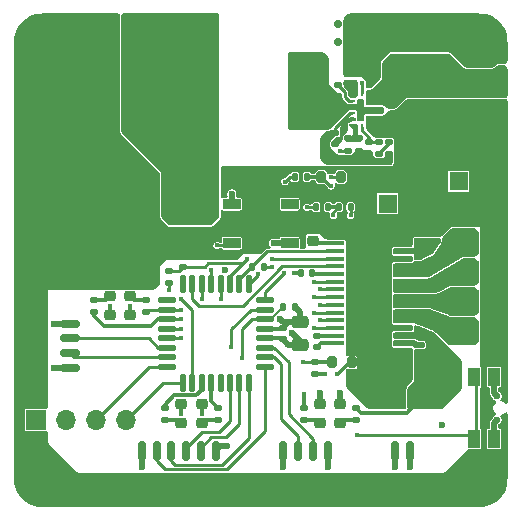
<source format=gbr>
%TF.GenerationSoftware,KiCad,Pcbnew,9.0.0*%
%TF.CreationDate,2025-08-20T08:39:56+02:00*%
%TF.ProjectId,SPARK,53504152-4b2e-46b6-9963-61645f706362,rev?*%
%TF.SameCoordinates,Original*%
%TF.FileFunction,Copper,L1,Top*%
%TF.FilePolarity,Positive*%
%FSLAX46Y46*%
G04 Gerber Fmt 4.6, Leading zero omitted, Abs format (unit mm)*
G04 Created by KiCad (PCBNEW 9.0.0) date 2025-08-20 08:39:56*
%MOMM*%
%LPD*%
G01*
G04 APERTURE LIST*
G04 Aperture macros list*
%AMRoundRect*
0 Rectangle with rounded corners*
0 $1 Rounding radius*
0 $2 $3 $4 $5 $6 $7 $8 $9 X,Y pos of 4 corners*
0 Add a 4 corners polygon primitive as box body*
4,1,4,$2,$3,$4,$5,$6,$7,$8,$9,$2,$3,0*
0 Add four circle primitives for the rounded corners*
1,1,$1+$1,$2,$3*
1,1,$1+$1,$4,$5*
1,1,$1+$1,$6,$7*
1,1,$1+$1,$8,$9*
0 Add four rect primitives between the rounded corners*
20,1,$1+$1,$2,$3,$4,$5,0*
20,1,$1+$1,$4,$5,$6,$7,0*
20,1,$1+$1,$6,$7,$8,$9,0*
20,1,$1+$1,$8,$9,$2,$3,0*%
G04 Aperture macros list end*
%TA.AperFunction,SMDPad,CuDef*%
%ADD10RoundRect,0.140000X0.170000X-0.140000X0.170000X0.140000X-0.170000X0.140000X-0.170000X-0.140000X0*%
%TD*%
%TA.AperFunction,SMDPad,CuDef*%
%ADD11RoundRect,0.250000X-0.650000X0.325000X-0.650000X-0.325000X0.650000X-0.325000X0.650000X0.325000X0*%
%TD*%
%TA.AperFunction,SMDPad,CuDef*%
%ADD12RoundRect,0.250000X0.475000X-0.250000X0.475000X0.250000X-0.475000X0.250000X-0.475000X-0.250000X0*%
%TD*%
%TA.AperFunction,ComponentPad*%
%ADD13R,1.600000X1.600000*%
%TD*%
%TA.AperFunction,ComponentPad*%
%ADD14C,1.600000*%
%TD*%
%TA.AperFunction,SMDPad,CuDef*%
%ADD15RoundRect,0.150000X-0.150000X-0.700000X0.150000X-0.700000X0.150000X0.700000X-0.150000X0.700000X0*%
%TD*%
%TA.AperFunction,SMDPad,CuDef*%
%ADD16RoundRect,0.250000X-0.250000X-1.100000X0.250000X-1.100000X0.250000X1.100000X-0.250000X1.100000X0*%
%TD*%
%TA.AperFunction,SMDPad,CuDef*%
%ADD17RoundRect,0.135000X-0.135000X-0.185000X0.135000X-0.185000X0.135000X0.185000X-0.135000X0.185000X0*%
%TD*%
%TA.AperFunction,SMDPad,CuDef*%
%ADD18RoundRect,0.218750X-0.256250X0.218750X-0.256250X-0.218750X0.256250X-0.218750X0.256250X0.218750X0*%
%TD*%
%TA.AperFunction,SMDPad,CuDef*%
%ADD19RoundRect,0.135000X0.185000X-0.135000X0.185000X0.135000X-0.185000X0.135000X-0.185000X-0.135000X0*%
%TD*%
%TA.AperFunction,SMDPad,CuDef*%
%ADD20RoundRect,0.100000X0.675000X0.100000X-0.675000X0.100000X-0.675000X-0.100000X0.675000X-0.100000X0*%
%TD*%
%TA.AperFunction,HeatsinkPad*%
%ADD21C,0.450000*%
%TD*%
%TA.AperFunction,HeatsinkPad*%
%ADD22R,3.100000X4.050000*%
%TD*%
%TA.AperFunction,SMDPad,CuDef*%
%ADD23RoundRect,0.140000X0.140000X0.170000X-0.140000X0.170000X-0.140000X-0.170000X0.140000X-0.170000X0*%
%TD*%
%TA.AperFunction,SMDPad,CuDef*%
%ADD24RoundRect,0.218750X0.256250X-0.218750X0.256250X0.218750X-0.256250X0.218750X-0.256250X-0.218750X0*%
%TD*%
%TA.AperFunction,SMDPad,CuDef*%
%ADD25RoundRect,0.135000X-0.185000X0.135000X-0.185000X-0.135000X0.185000X-0.135000X0.185000X0.135000X0*%
%TD*%
%TA.AperFunction,SMDPad,CuDef*%
%ADD26R,2.920000X1.270000*%
%TD*%
%TA.AperFunction,SMDPad,CuDef*%
%ADD27R,1.650000X3.430000*%
%TD*%
%TA.AperFunction,SMDPad,CuDef*%
%ADD28R,1.000000X1.550000*%
%TD*%
%TA.AperFunction,SMDPad,CuDef*%
%ADD29RoundRect,0.125000X0.625000X0.125000X-0.625000X0.125000X-0.625000X-0.125000X0.625000X-0.125000X0*%
%TD*%
%TA.AperFunction,SMDPad,CuDef*%
%ADD30RoundRect,0.125000X0.125000X0.625000X-0.125000X0.625000X-0.125000X-0.625000X0.125000X-0.625000X0*%
%TD*%
%TA.AperFunction,ComponentPad*%
%ADD31R,1.700000X1.700000*%
%TD*%
%TA.AperFunction,ComponentPad*%
%ADD32O,1.700000X1.700000*%
%TD*%
%TA.AperFunction,SMDPad,CuDef*%
%ADD33RoundRect,0.200000X-0.200000X-0.275000X0.200000X-0.275000X0.200000X0.275000X-0.200000X0.275000X0*%
%TD*%
%TA.AperFunction,SMDPad,CuDef*%
%ADD34RoundRect,0.062500X0.062500X-0.225000X0.062500X0.225000X-0.062500X0.225000X-0.062500X-0.225000X0*%
%TD*%
%TA.AperFunction,SMDPad,CuDef*%
%ADD35RoundRect,0.056250X-0.293750X0.056250X-0.293750X-0.056250X0.293750X-0.056250X0.293750X0.056250X0*%
%TD*%
%TA.AperFunction,SMDPad,CuDef*%
%ADD36RoundRect,0.062500X-0.062500X-0.212500X0.062500X-0.212500X0.062500X0.212500X-0.062500X0.212500X0*%
%TD*%
%TA.AperFunction,SMDPad,CuDef*%
%ADD37RoundRect,0.100000X0.100000X-0.525000X0.100000X0.525000X-0.100000X0.525000X-0.100000X-0.525000X0*%
%TD*%
%TA.AperFunction,SMDPad,CuDef*%
%ADD38RoundRect,0.100000X0.625000X-0.100000X0.625000X0.100000X-0.625000X0.100000X-0.625000X-0.100000X0*%
%TD*%
%TA.AperFunction,SMDPad,CuDef*%
%ADD39RoundRect,0.100000X0.400000X-0.100000X0.400000X0.100000X-0.400000X0.100000X-0.400000X-0.100000X0*%
%TD*%
%TA.AperFunction,SMDPad,CuDef*%
%ADD40RoundRect,0.062500X0.212500X-0.062500X0.212500X0.062500X-0.212500X0.062500X-0.212500X-0.062500X0*%
%TD*%
%TA.AperFunction,ComponentPad*%
%ADD41C,0.700000*%
%TD*%
%TA.AperFunction,ComponentPad*%
%ADD42C,4.400000*%
%TD*%
%TA.AperFunction,SMDPad,CuDef*%
%ADD43RoundRect,0.090000X0.660000X0.360000X-0.660000X0.360000X-0.660000X-0.360000X0.660000X-0.360000X0*%
%TD*%
%TA.AperFunction,SMDPad,CuDef*%
%ADD44RoundRect,0.225000X0.250000X-0.225000X0.250000X0.225000X-0.250000X0.225000X-0.250000X-0.225000X0*%
%TD*%
%TA.AperFunction,SMDPad,CuDef*%
%ADD45RoundRect,0.135000X0.135000X0.185000X-0.135000X0.185000X-0.135000X-0.185000X0.135000X-0.185000X0*%
%TD*%
%TA.AperFunction,SMDPad,CuDef*%
%ADD46RoundRect,0.250000X-1.375000X-2.000000X1.375000X-2.000000X1.375000X2.000000X-1.375000X2.000000X0*%
%TD*%
%TA.AperFunction,SMDPad,CuDef*%
%ADD47RoundRect,0.250000X0.325000X0.650000X-0.325000X0.650000X-0.325000X-0.650000X0.325000X-0.650000X0*%
%TD*%
%TA.AperFunction,SMDPad,CuDef*%
%ADD48RoundRect,0.140000X-0.170000X0.140000X-0.170000X-0.140000X0.170000X-0.140000X0.170000X0.140000X0*%
%TD*%
%TA.AperFunction,SMDPad,CuDef*%
%ADD49RoundRect,0.150000X0.150000X0.700000X-0.150000X0.700000X-0.150000X-0.700000X0.150000X-0.700000X0*%
%TD*%
%TA.AperFunction,SMDPad,CuDef*%
%ADD50RoundRect,0.250000X0.250000X1.100000X-0.250000X1.100000X-0.250000X-1.100000X0.250000X-1.100000X0*%
%TD*%
%TA.AperFunction,SMDPad,CuDef*%
%ADD51RoundRect,0.150000X-0.700000X0.150000X-0.700000X-0.150000X0.700000X-0.150000X0.700000X0.150000X0*%
%TD*%
%TA.AperFunction,SMDPad,CuDef*%
%ADD52RoundRect,0.250000X-1.100000X0.250000X-1.100000X-0.250000X1.100000X-0.250000X1.100000X0.250000X0*%
%TD*%
%TA.AperFunction,ComponentPad*%
%ADD53RoundRect,0.250000X0.725000X-0.600000X0.725000X0.600000X-0.725000X0.600000X-0.725000X-0.600000X0*%
%TD*%
%TA.AperFunction,ComponentPad*%
%ADD54O,1.950000X1.700000*%
%TD*%
%TA.AperFunction,SMDPad,CuDef*%
%ADD55RoundRect,0.140000X-0.140000X-0.170000X0.140000X-0.170000X0.140000X0.170000X-0.140000X0.170000X0*%
%TD*%
%TA.AperFunction,ViaPad*%
%ADD56C,0.700000*%
%TD*%
%TA.AperFunction,ViaPad*%
%ADD57C,0.450000*%
%TD*%
%TA.AperFunction,ViaPad*%
%ADD58C,0.600000*%
%TD*%
%TA.AperFunction,Conductor*%
%ADD59C,0.250000*%
%TD*%
%TA.AperFunction,Conductor*%
%ADD60C,0.300000*%
%TD*%
%TA.AperFunction,Conductor*%
%ADD61C,0.500000*%
%TD*%
%TA.AperFunction,Conductor*%
%ADD62C,0.200000*%
%TD*%
G04 APERTURE END LIST*
D10*
%TO.P,C22,1*%
%TO.N,+12V*%
X-7450000Y22470000D03*
%TO.P,C22,2*%
%TO.N,PGND*%
X-7450000Y23430000D03*
%TD*%
D11*
%TO.P,C8,1*%
%TO.N,+12V*%
X-5950000Y36175000D03*
%TO.P,C8,2*%
%TO.N,PGND*%
X-5950000Y33225000D03*
%TD*%
D12*
%TO.P,C17,1*%
%TO.N,+3V3*%
X-17700000Y13850000D03*
%TO.P,C17,2*%
%TO.N,GND*%
X-17700000Y15750000D03*
%TD*%
D13*
%TO.P,C1,1*%
%TO.N,+BATT*%
X-31844887Y34700000D03*
D14*
%TO.P,C1,2*%
%TO.N,PGND*%
X-33844887Y34700000D03*
%TD*%
D15*
%TO.P,J8,1,Pin_1*%
%TO.N,+3V3*%
X-19075000Y4850000D03*
%TO.P,J8,2,Pin_2*%
%TO.N,SW1*%
X-17825000Y4850000D03*
%TO.P,J8,3,Pin_3*%
%TO.N,SW2*%
X-16575000Y4850000D03*
%TO.P,J8,4,Pin_4*%
%TO.N,GND*%
X-15325000Y4850000D03*
D16*
%TO.P,J8,MP,MountPin*%
%TO.N,PGND*%
X-20925000Y1650000D03*
X-13475000Y1650000D03*
%TD*%
D13*
%TO.P,C23,1*%
%TO.N,+12V*%
X-7644887Y9350000D03*
D14*
%TO.P,C23,2*%
%TO.N,PGND*%
X-9644887Y9350000D03*
%TD*%
D17*
%TO.P,R7,1*%
%TO.N,GND*%
X-16310000Y25500000D03*
%TO.P,R7,2*%
%TO.N,VD1*%
X-15290000Y25500000D03*
%TD*%
D11*
%TO.P,C7,1*%
%TO.N,+12V*%
X-8250000Y36175000D03*
%TO.P,C7,2*%
%TO.N,PGND*%
X-8250000Y33225000D03*
%TD*%
D18*
%TO.P,LED5,1,K*%
%TO.N,GND*%
X-26000000Y8787500D03*
%TO.P,LED5,2,A*%
%TO.N,/LED2_A*%
X-26000000Y7212500D03*
%TD*%
%TO.P,LED2,1,K*%
%TO.N,GND*%
X-16000000Y8787500D03*
%TO.P,LED2,2,A*%
%TO.N,/3V3LED_A*%
X-16000000Y7212500D03*
%TD*%
D19*
%TO.P,R13,1*%
%TO.N,DRV_DIR*%
X-35100000Y16640000D03*
%TO.P,R13,2*%
%TO.N,/DIRLED_A*%
X-35100000Y17660000D03*
%TD*%
D20*
%TO.P,U3,1,VCP*%
%TO.N,/VCP*%
X-8975000Y13975000D03*
%TO.P,U3,2,VM*%
%TO.N,+12V*%
X-8975000Y14625000D03*
%TO.P,U3,3,PGND*%
%TO.N,PGND*%
X-8975000Y15275000D03*
%TO.P,U3,4,AOUT1*%
%TO.N,AOUT1*%
X-8975000Y15925000D03*
%TO.P,U3,5,AOUT1*%
X-8975000Y16575000D03*
%TO.P,U3,6,AOUT2*%
%TO.N,AOUT2*%
X-8975000Y17225000D03*
%TO.P,U3,7,AOUT2*%
X-8975000Y17875000D03*
%TO.P,U3,8,BOUT2*%
%TO.N,BOUT2*%
X-8975000Y18525000D03*
%TO.P,U3,9,BOUT2*%
X-8975000Y19175000D03*
%TO.P,U3,10,BOUT1*%
%TO.N,BOUT1*%
X-8975000Y19825000D03*
%TO.P,U3,11,BOUT1*%
X-8975000Y20475000D03*
%TO.P,U3,12,PGND*%
%TO.N,PGND*%
X-8975000Y21125000D03*
%TO.P,U3,13,VM*%
%TO.N,+12V*%
X-8975000Y21775000D03*
%TO.P,U3,14,GND*%
%TO.N,PGND*%
X-8975000Y22425000D03*
%TO.P,U3,15,DVDD*%
%TO.N,/DVDD*%
X-14725000Y22425000D03*
%TO.P,U3,16,~{FAULT}*%
%TO.N,DRV_FAULT*%
X-14725000Y21775000D03*
%TO.P,U3,17,VREF*%
%TO.N,VREF*%
X-14725000Y21125000D03*
%TO.P,U3,18,nSCS*%
%TO.N,DRV_CS*%
X-14725000Y20475000D03*
%TO.P,U3,19,VSDO*%
%TO.N,+3V3*%
X-14725000Y19825000D03*
%TO.P,U3,20,SDO*%
%TO.N,DRV_MISO*%
X-14725000Y19175000D03*
%TO.P,U3,21,SDI*%
%TO.N,DRV_MOSI*%
X-14725000Y18525000D03*
%TO.P,U3,22,SCLK*%
%TO.N,DRV_SCK*%
X-14725000Y17875000D03*
%TO.P,U3,23,STEP*%
%TO.N,DRV_STEP*%
X-14725000Y17225000D03*
%TO.P,U3,24,DIR*%
%TO.N,DRV_DIR*%
X-14725000Y16575000D03*
%TO.P,U3,25,ENABLE*%
%TO.N,DRV_EN*%
X-14725000Y15925000D03*
%TO.P,U3,26,~{SLEEP}*%
%TO.N,DRV_SLEEP*%
X-14725000Y15275000D03*
%TO.P,U3,27,CPL*%
%TO.N,/CPL*%
X-14725000Y14625000D03*
%TO.P,U3,28,CPH*%
%TO.N,/CPH*%
X-14725000Y13975000D03*
D21*
%TO.P,U3,29,PAD*%
%TO.N,PGND*%
X-10650000Y14000000D03*
X-10650000Y15200000D03*
X-10650000Y16400000D03*
X-10650000Y17600000D03*
X-10650000Y18800000D03*
X-10650000Y20000000D03*
X-10650000Y21200000D03*
X-10650000Y22400000D03*
X-11850000Y14000000D03*
X-11850000Y15200000D03*
X-11850000Y16400000D03*
X-11850000Y17600000D03*
D22*
X-11850000Y18200000D03*
D21*
X-11850000Y18800000D03*
X-11850000Y20000000D03*
X-11850000Y21200000D03*
X-11850000Y22400000D03*
X-13050000Y14000000D03*
X-13050000Y15200000D03*
X-13050000Y16400000D03*
X-13050000Y17600000D03*
X-13050000Y18800000D03*
X-13050000Y20000000D03*
X-13050000Y21200000D03*
X-13050000Y22400000D03*
%TD*%
D23*
%TO.P,C20,1*%
%TO.N,+3V3*%
X-16620000Y19950000D03*
%TO.P,C20,2*%
%TO.N,PGND*%
X-17580000Y19950000D03*
%TD*%
D10*
%TO.P,C4,1*%
%TO.N,+BATT*%
X-13150000Y35920000D03*
%TO.P,C4,2*%
%TO.N,PGND*%
X-13150000Y36880000D03*
%TD*%
D11*
%TO.P,C9,1*%
%TO.N,+12V*%
X-3650000Y36175000D03*
%TO.P,C9,2*%
%TO.N,PGND*%
X-3650000Y33225000D03*
%TD*%
D19*
%TO.P,R12,1*%
%TO.N,DRV_STEP*%
X-30750000Y16640000D03*
%TO.P,R12,2*%
%TO.N,/STEPLED_A*%
X-30750000Y17660000D03*
%TD*%
D24*
%TO.P,LED7,1,K*%
%TO.N,GND*%
X-33800000Y16362500D03*
%TO.P,LED7,2,A*%
%TO.N,/DIRLED_A*%
X-33800000Y17937500D03*
%TD*%
D25*
%TO.P,R10,1*%
%TO.N,LED1*%
X-29100000Y8510000D03*
%TO.P,R10,2*%
%TO.N,/LED1_A*%
X-29100000Y7490000D03*
%TD*%
D26*
%TO.P,J4,1,Pin_1*%
%TO.N,PGND*%
X-31315000Y24600000D03*
%TO.P,J4,2,Pin_2*%
X-31315000Y27600000D03*
%TO.P,J4,3,Pin_3*%
%TO.N,+BATT*%
X-26685000Y24600000D03*
%TO.P,J4,4,Pin_4*%
X-26685000Y27600000D03*
D27*
%TO.P,J4,MP,MountPin*%
%TO.N,PGND*%
X-36785000Y20715000D03*
X-36785000Y31485000D03*
%TD*%
D25*
%TO.P,R8,1*%
%TO.N,+3V3*%
X-17337500Y8510000D03*
%TO.P,R8,2*%
%TO.N,/3V3LED_A*%
X-17337500Y7490000D03*
%TD*%
D17*
%TO.P,R14,1*%
%TO.N,DRV_FAULT*%
X-21710000Y20450000D03*
%TO.P,R14,2*%
%TO.N,+3V3*%
X-20690000Y20450000D03*
%TD*%
D28*
%TO.P,SW1,1,A*%
%TO.N,GND*%
X-1250000Y11125000D03*
X-1250000Y5875000D03*
%TO.P,SW1,2,B*%
%TO.N,NRST*%
X-2950000Y11125000D03*
X-2950000Y5875000D03*
%TD*%
D29*
%TO.P,U2,1,PB9*%
%TO.N,FC_CS*%
X-20625000Y12000000D03*
%TO.P,U2,2,PC14*%
%TO.N,SW1*%
X-20625000Y12800000D03*
%TO.P,U2,3,PC15*%
%TO.N,SW2*%
X-20625000Y13600000D03*
%TO.P,U2,4,VDD*%
%TO.N,+3V3*%
X-20625000Y14400000D03*
%TO.P,U2,5,VSS*%
%TO.N,GND*%
X-20625000Y15200000D03*
%TO.P,U2,6,PF2-NRST*%
%TO.N,NRST*%
X-20625000Y16000000D03*
%TO.P,U2,7,PA0*%
%TO.N,NTC1*%
X-20625000Y16800000D03*
%TO.P,U2,8,PA1*%
%TO.N,NTC2*%
X-20625000Y17600000D03*
D30*
%TO.P,U2,9,PA2*%
%TO.N,VD1*%
X-22000000Y18975000D03*
%TO.P,U2,10,PA3*%
%TO.N,DRV_FAULT*%
X-22800000Y18975000D03*
%TO.P,U2,11,PA4*%
%TO.N,VREF*%
X-23600000Y18975000D03*
%TO.P,U2,12,PA5*%
%TO.N,DRV_SCK*%
X-24400000Y18975000D03*
%TO.P,U2,13,PA6*%
%TO.N,DRV_MISO*%
X-25200000Y18975000D03*
%TO.P,U2,14,PA7*%
%TO.N,DRV_MOSI*%
X-26000000Y18975000D03*
%TO.P,U2,15,PB0*%
%TO.N,DRV_CS*%
X-26800000Y18975000D03*
%TO.P,U2,16,PB1*%
%TO.N,unconnected-(U2-PB1-Pad16)*%
X-27600000Y18975000D03*
D29*
%TO.P,U2,17,PB2*%
%TO.N,unconnected-(U2-PB2-Pad17)*%
X-28975000Y17600000D03*
%TO.P,U2,18,PA8*%
%TO.N,DRV_STEP*%
X-28975000Y16800000D03*
%TO.P,U2,19,PA9*%
%TO.N,DRV_DIR*%
X-28975000Y16000000D03*
%TO.P,U2,20,PC6*%
%TO.N,DRV_EN*%
X-28975000Y15200000D03*
%TO.P,U2,21,PA10*%
%TO.N,DRV_SLEEP*%
X-28975000Y14400000D03*
%TO.P,U2,22,PA9/PA11*%
%TO.N,ME_SCL*%
X-28975000Y13600000D03*
%TO.P,U2,23,PA10/PA12*%
%TO.N,ME_SDA*%
X-28975000Y12800000D03*
%TO.P,U2,24,PA13*%
%TO.N,SWDIO*%
X-28975000Y12000000D03*
D30*
%TO.P,U2,25,PA14-BOOT0*%
%TO.N,SWCLK*%
X-27600000Y10625000D03*
%TO.P,U2,26,PA15*%
%TO.N,RGB*%
X-26800000Y10625000D03*
%TO.P,U2,27,PB3*%
%TO.N,LED1*%
X-26000000Y10625000D03*
%TO.P,U2,28,PB4*%
%TO.N,LED2*%
X-25200000Y10625000D03*
%TO.P,U2,29,PB5*%
%TO.N,unconnected-(U2-PB5-Pad29)*%
X-24400000Y10625000D03*
%TO.P,U2,30,PB6*%
%TO.N,FC_MISO*%
X-23600000Y10625000D03*
%TO.P,U2,31,PB7*%
%TO.N,FC_MOSI*%
X-22800000Y10625000D03*
%TO.P,U2,32,PB8*%
%TO.N,FC_SCK*%
X-22000000Y10625000D03*
%TD*%
D25*
%TO.P,R3,1*%
%TO.N,/COMP_M*%
X-10100000Y31010000D03*
%TO.P,R3,2*%
%TO.N,PGND*%
X-10100000Y29990000D03*
%TD*%
D18*
%TO.P,LED3,1,K*%
%TO.N,GND*%
X-14250000Y8787500D03*
%TO.P,LED3,2,A*%
%TO.N,/12VLED_A*%
X-14250000Y7212500D03*
%TD*%
D31*
%TO.P,J6,1,Pin_1*%
%TO.N,+3V3*%
X-40000000Y7500000D03*
D32*
%TO.P,J6,2,Pin_2*%
%TO.N,GND*%
X-37460000Y7500000D03*
%TO.P,J6,3,Pin_3*%
%TO.N,SWDIO*%
X-34920000Y7500000D03*
%TO.P,J6,4,Pin_4*%
%TO.N,SWCLK*%
X-32380000Y7500000D03*
%TD*%
D33*
%TO.P,TH2,1*%
%TO.N,NTC2*%
X-15875000Y28050000D03*
%TO.P,TH2,2*%
%TO.N,GND*%
X-14225000Y28050000D03*
%TD*%
D15*
%TO.P,J1,1,Pin_1*%
%TO.N,+3V3*%
X-9625000Y4850000D03*
%TO.P,J1,2,Pin_2*%
%TO.N,GND*%
X-8375000Y4850000D03*
D16*
%TO.P,J1,MP,MountPin*%
%TO.N,PGND*%
X-11475000Y1650000D03*
X-6525000Y1650000D03*
%TD*%
D10*
%TO.P,C13,1*%
%TO.N,/VCC*%
X-14700000Y30820000D03*
%TO.P,C13,2*%
%TO.N,PGND*%
X-14700000Y31780000D03*
%TD*%
D15*
%TO.P,J5,1,Pin_1*%
%TO.N,+3V3*%
X-31075000Y4850000D03*
%TO.P,J5,2,Pin_2*%
%TO.N,FC_CS*%
X-29825000Y4850000D03*
%TO.P,J5,3,Pin_3*%
%TO.N,FC_SCK*%
X-28575000Y4850000D03*
%TO.P,J5,4,Pin_4*%
%TO.N,FC_MISO*%
X-27325000Y4850000D03*
%TO.P,J5,5,Pin_5*%
%TO.N,FC_MOSI*%
X-26075000Y4850000D03*
%TO.P,J5,6,Pin_6*%
%TO.N,GND*%
X-24825000Y4850000D03*
D16*
%TO.P,J5,MP,MountPin*%
%TO.N,PGND*%
X-32925000Y1650000D03*
X-22975000Y1650000D03*
%TD*%
D34*
%TO.P,U1,1,FB*%
%TO.N,/FB*%
X-12950000Y32287500D03*
D35*
X-13175000Y32462500D03*
D36*
%TO.P,U1,2,COMP*%
%TO.N,/COMP*%
X-12450000Y32275000D03*
D37*
%TO.P,U1,3,PGND*%
%TO.N,PGND*%
X-11875000Y32625000D03*
D38*
X-11350000Y33050000D03*
D39*
%TO.P,U1,4,SW*%
%TO.N,/SW*%
X-11825000Y33700000D03*
D38*
%TO.P,U1,5,VOUT*%
%TO.N,+12V*%
X-11350000Y34350000D03*
D37*
X-11875000Y34775000D03*
D36*
%TO.P,U1,6,EN*%
%TO.N,/VCC*%
X-12450000Y35125000D03*
D35*
%TO.P,U1,7,VIN*%
%TO.N,+BATT*%
X-13175000Y34937500D03*
D34*
X-12950000Y35112500D03*
D40*
%TO.P,U1,8,BST*%
%TO.N,/BST*%
X-13250000Y34450000D03*
%TO.P,U1,9,SW*%
%TO.N,/SW*%
X-13250000Y33950000D03*
%TO.P,U1,10,AGND*%
%TO.N,PGND*%
X-13250000Y33450000D03*
%TO.P,U1,11,VCC*%
%TO.N,/VCC*%
X-13250000Y32950000D03*
%TD*%
D41*
%TO.P,H4,1,1*%
%TO.N,PGND*%
X-4150000Y39500000D03*
X-3666726Y40666726D03*
X-3666726Y38333274D03*
X-2500000Y41150000D03*
D42*
X-2500000Y39500000D03*
D41*
X-2500000Y37850000D03*
X-1333274Y40666726D03*
X-1333274Y38333274D03*
X-850000Y39500000D03*
%TD*%
D43*
%TO.P,LED1,1,VDD*%
%TO.N,+3V3*%
X-18550000Y22450000D03*
%TO.P,LED1,2,DOUT*%
%TO.N,unconnected-(LED1-DOUT-Pad2)*%
X-18550000Y25750000D03*
%TO.P,LED1,3,VSS*%
%TO.N,GND*%
X-23450000Y25750000D03*
%TO.P,LED1,4,DIN*%
%TO.N,RGB*%
X-23450000Y22450000D03*
%TD*%
D25*
%TO.P,R9,1*%
%TO.N,+12V*%
X-12937500Y8510000D03*
%TO.P,R9,2*%
%TO.N,/12VLED_A*%
X-12937500Y7490000D03*
%TD*%
D17*
%TO.P,R6,1*%
%TO.N,VD1*%
X-14410000Y25500000D03*
%TO.P,R6,2*%
%TO.N,+12V*%
X-13390000Y25500000D03*
%TD*%
D41*
%TO.P,H1,1,1*%
%TO.N,PGND*%
X-41150000Y2500000D03*
X-40666726Y3666726D03*
X-40666726Y1333274D03*
X-39500000Y4150000D03*
D42*
X-39500000Y2500000D03*
D41*
X-39500000Y850000D03*
X-38333274Y3666726D03*
X-38333274Y1333274D03*
X-37850000Y2500000D03*
%TD*%
D44*
%TO.P,C25,1*%
%TO.N,/DVDD*%
X-16550000Y22625000D03*
%TO.P,C25,2*%
%TO.N,PGND*%
X-16550000Y24175000D03*
%TD*%
D19*
%TO.P,R1,1*%
%TO.N,+12V*%
X-13600000Y30290000D03*
%TO.P,R1,2*%
%TO.N,/FB*%
X-13600000Y31310000D03*
%TD*%
D45*
%TO.P,R5,1*%
%TO.N,NTC2*%
X-17090000Y28050000D03*
%TO.P,R5,2*%
%TO.N,+3V3*%
X-18110000Y28050000D03*
%TD*%
D46*
%TO.P,L1,1,1*%
%TO.N,+BATT*%
X-28225000Y35350000D03*
%TO.P,L1,2,2*%
%TO.N,/SW*%
X-16975000Y35350000D03*
%TD*%
D47*
%TO.P,C2,1*%
%TO.N,+BATT*%
X-31325000Y40900000D03*
%TO.P,C2,2*%
%TO.N,PGND*%
X-34275000Y40900000D03*
%TD*%
D48*
%TO.P,C15,1*%
%TO.N,/COMP*%
X-11800000Y30980000D03*
%TO.P,C15,2*%
%TO.N,PGND*%
X-11800000Y30020000D03*
%TD*%
D10*
%TO.P,C16,1*%
%TO.N,+3V3*%
X-19150000Y14320000D03*
%TO.P,C16,2*%
%TO.N,GND*%
X-19150000Y15280000D03*
%TD*%
D25*
%TO.P,R4,1*%
%TO.N,NTC1*%
X-16425000Y12360000D03*
%TO.P,R4,2*%
%TO.N,+3V3*%
X-16425000Y11340000D03*
%TD*%
D49*
%TO.P,J2,1,Pin_1*%
%TO.N,+12V*%
X-10125000Y37150000D03*
%TO.P,J2,2,Pin_2*%
%TO.N,PGND*%
X-11375000Y37150000D03*
D50*
%TO.P,J2,MP,MountPin*%
X-8275000Y40350000D03*
X-13225000Y40350000D03*
%TD*%
D51*
%TO.P,J7,1,Pin_1*%
%TO.N,+3V3*%
X-37150000Y15625000D03*
%TO.P,J7,2,Pin_2*%
%TO.N,ME_SCL*%
X-37150000Y14375000D03*
%TO.P,J7,3,Pin_3*%
%TO.N,ME_SDA*%
X-37150000Y13125000D03*
%TO.P,J7,4,Pin_4*%
%TO.N,GND*%
X-37150000Y11875000D03*
D52*
%TO.P,J7,MP,MountPin*%
%TO.N,PGND*%
X-40350000Y17475000D03*
X-40350000Y10025000D03*
%TD*%
D48*
%TO.P,C19,1*%
%TO.N,+12V*%
X-7450000Y14780000D03*
%TO.P,C19,2*%
%TO.N,/VCP*%
X-7450000Y13820000D03*
%TD*%
D53*
%TO.P,J3,1,Pin_1*%
%TO.N,AOUT1*%
X-3800000Y15000000D03*
D54*
%TO.P,J3,2,Pin_2*%
%TO.N,AOUT2*%
X-3800000Y17500000D03*
%TO.P,J3,3,Pin_3*%
%TO.N,BOUT2*%
X-3800000Y20000000D03*
%TO.P,J3,4,Pin_4*%
%TO.N,BOUT1*%
X-3800000Y22500000D03*
%TD*%
D10*
%TO.P,C5,1*%
%TO.N,/SW*%
X-14450000Y34870000D03*
%TO.P,C5,2*%
%TO.N,/BST*%
X-14450000Y35830000D03*
%TD*%
D25*
%TO.P,R15,1*%
%TO.N,PGND*%
X-27600000Y21460000D03*
%TO.P,R15,2*%
%TO.N,VREF*%
X-27600000Y20440000D03*
%TD*%
D13*
%TO.P,C12,1*%
%TO.N,+12V*%
X-4250000Y27667620D03*
D14*
%TO.P,C12,2*%
%TO.N,PGND*%
X-4250000Y30167620D03*
%TD*%
D24*
%TO.P,LED6,1,K*%
%TO.N,GND*%
X-32050000Y16362500D03*
%TO.P,LED6,2,A*%
%TO.N,/STEPLED_A*%
X-32050000Y17937500D03*
%TD*%
D33*
%TO.P,TH1,1*%
%TO.N,NTC1*%
X-14950000Y12350000D03*
%TO.P,TH1,2*%
%TO.N,GND*%
X-13300000Y12350000D03*
%TD*%
D48*
%TO.P,C24,1*%
%TO.N,/CPL*%
X-16250000Y14580000D03*
%TO.P,C24,2*%
%TO.N,/CPH*%
X-16250000Y13620000D03*
%TD*%
D11*
%TO.P,C10,1*%
%TO.N,+12V*%
X-1350000Y36175000D03*
%TO.P,C10,2*%
%TO.N,PGND*%
X-1350000Y33225000D03*
%TD*%
D48*
%TO.P,C14,1*%
%TO.N,/COMP*%
X-10950000Y30980000D03*
%TO.P,C14,2*%
%TO.N,/COMP_M*%
X-10950000Y30020000D03*
%TD*%
D47*
%TO.P,C3,1*%
%TO.N,+BATT*%
X-31325000Y38600000D03*
%TO.P,C3,2*%
%TO.N,PGND*%
X-34275000Y38600000D03*
%TD*%
D25*
%TO.P,R16,1*%
%TO.N,VREF*%
X-28750000Y20110000D03*
%TO.P,R16,2*%
%TO.N,+3V3*%
X-28750000Y19090000D03*
%TD*%
D13*
%TO.P,C11,1*%
%TO.N,+12V*%
X-10250000Y25794887D03*
D14*
%TO.P,C11,2*%
%TO.N,PGND*%
X-10250000Y27794887D03*
%TD*%
D23*
%TO.P,C21,1*%
%TO.N,+12V*%
X-7520000Y12600000D03*
%TO.P,C21,2*%
%TO.N,PGND*%
X-8480000Y12600000D03*
%TD*%
D55*
%TO.P,C18,1*%
%TO.N,NRST*%
X-19080000Y17000000D03*
%TO.P,C18,2*%
%TO.N,GND*%
X-18120000Y17000000D03*
%TD*%
D25*
%TO.P,R11,1*%
%TO.N,LED2*%
X-24650000Y8510000D03*
%TO.P,R11,2*%
%TO.N,/LED2_A*%
X-24650000Y7490000D03*
%TD*%
D41*
%TO.P,H3,1,1*%
%TO.N,PGND*%
X-41150000Y39500000D03*
X-40666726Y40666726D03*
X-40666726Y38333274D03*
X-39500000Y41150000D03*
D42*
X-39500000Y39500000D03*
D41*
X-39500000Y37850000D03*
X-38333274Y40666726D03*
X-38333274Y38333274D03*
X-37850000Y39500000D03*
%TD*%
D18*
%TO.P,LED4,1,K*%
%TO.N,GND*%
X-27750000Y8787500D03*
%TO.P,LED4,2,A*%
%TO.N,/LED1_A*%
X-27750000Y7212500D03*
%TD*%
D41*
%TO.P,H2,1,1*%
%TO.N,PGND*%
X-4150000Y2500000D03*
X-3666726Y3666726D03*
X-3666726Y1333274D03*
X-2500000Y4150000D03*
D42*
X-2500000Y2500000D03*
D41*
X-2500000Y850000D03*
X-1333274Y3666726D03*
X-1333274Y1333274D03*
X-850000Y2500000D03*
%TD*%
D48*
%TO.P,C6,1*%
%TO.N,+12V*%
X-9900000Y34180000D03*
%TO.P,C6,2*%
%TO.N,PGND*%
X-9900000Y33220000D03*
%TD*%
D25*
%TO.P,R2,1*%
%TO.N,/FB*%
X-12700000Y31310000D03*
%TO.P,R2,2*%
%TO.N,PGND*%
X-12700000Y30290000D03*
%TD*%
D56*
%TO.N,+BATT*%
X-27000000Y38400000D03*
X-25750000Y29050000D03*
X-27000000Y29050000D03*
X-28100000Y32300000D03*
X-25750000Y35950000D03*
X-29200000Y32300000D03*
X-28250000Y26100000D03*
X-25750000Y33600000D03*
X-28250000Y29050000D03*
X-29200000Y38400000D03*
X-25750000Y34750000D03*
X-30550000Y37200000D03*
X-25750000Y37150000D03*
X-25750000Y26100000D03*
X-31850000Y36200000D03*
X-27000000Y26100000D03*
X-27000000Y32300000D03*
X-30150000Y39750000D03*
X-31850000Y33200000D03*
X-32350000Y39750000D03*
X-28100000Y38400000D03*
X-25350000Y41100000D03*
D57*
X-13750000Y35950000D03*
D56*
%TO.N,PGND*%
X-28500000Y21500000D03*
D58*
X-3050000Y30100000D03*
X-11200000Y32400000D03*
X-8850000Y31500000D03*
D56*
X-37500000Y34000000D03*
X-34950000Y32000000D03*
D58*
X-9950000Y31700000D03*
D56*
X-22200000Y25900000D03*
D58*
X-7100000Y34250000D03*
D56*
X-37000000Y27500000D03*
D58*
X-8300000Y34250000D03*
D56*
X-12150000Y12500000D03*
X-40000000Y32000000D03*
D58*
X-8300000Y32200000D03*
D56*
X-1500000Y23000000D03*
X-40500000Y20450000D03*
D58*
X-8300000Y30800000D03*
D56*
X-1500000Y20000000D03*
X-32500000Y29000000D03*
D57*
X-15350000Y30400000D03*
D56*
X-35500000Y41000000D03*
X-40000000Y30500000D03*
D58*
X-10750000Y31700000D03*
D56*
X-7500000Y1500000D03*
X-22200000Y23500000D03*
X-38500000Y31500000D03*
D57*
X-18200000Y19900000D03*
D56*
X-26500000Y23000000D03*
D58*
X-4200000Y31500000D03*
D56*
X-30700000Y29000000D03*
X-40500000Y11500000D03*
X-23150000Y27700000D03*
X-38500000Y29500000D03*
D58*
X-7700000Y31500000D03*
D56*
X-13050000Y23700000D03*
X-32450000Y26500000D03*
D58*
X-7700000Y30100000D03*
D56*
X-32500000Y30500000D03*
X-31000000Y1500000D03*
X-33250000Y28250000D03*
X-35500000Y38000000D03*
X-800000Y27000000D03*
X-28000000Y23000000D03*
X-34000000Y32000000D03*
X-3050000Y24650000D03*
X-6000000Y41000000D03*
X-40000000Y36500000D03*
X-2500000Y27000000D03*
X-34000000Y29000000D03*
X-31500000Y23500000D03*
X-40500000Y14500000D03*
X-22200000Y24700000D03*
X-1500000Y17000000D03*
X-30150000Y25700000D03*
X-32450000Y23500000D03*
X-37000000Y41000000D03*
X-21250000Y25300000D03*
X-28000000Y1500000D03*
D58*
X-3650000Y32200000D03*
D56*
X-38500000Y30500000D03*
X-40000000Y33500000D03*
X-35500000Y36500000D03*
X-1500000Y14000000D03*
X-14150000Y23700000D03*
X-8500000Y26000000D03*
X-25000000Y1500000D03*
D58*
X-9400000Y32200000D03*
D56*
X-22200000Y27100000D03*
X-38500000Y33500000D03*
X-21250000Y26500000D03*
X-40000000Y24500000D03*
X-1000000Y30500000D03*
X-35500000Y29000000D03*
X-2500000Y28450000D03*
X-29500000Y1500000D03*
D57*
X-15350000Y31000000D03*
D56*
X-6750000Y24650000D03*
X-26500000Y1500000D03*
X-34000000Y23000000D03*
X-27250000Y22250000D03*
X-40500000Y18900000D03*
D58*
X-7100000Y30800000D03*
X-3050000Y31500000D03*
D56*
X-1500000Y21500000D03*
X-32500000Y21500000D03*
D58*
X-1900000Y31500000D03*
D56*
X-10500000Y1500000D03*
X-31300000Y26500000D03*
D58*
X-3650000Y34250000D03*
D56*
X-37000000Y24500000D03*
X-12900000Y10700000D03*
X-21250000Y27700000D03*
D58*
X-9350000Y30800000D03*
D56*
X-1500000Y18550000D03*
X-37000000Y35000000D03*
X-38500000Y26000000D03*
X-19500000Y1500000D03*
X-4250000Y26000000D03*
X-22200000Y28300000D03*
D58*
X-7100000Y32200000D03*
D56*
X-32450000Y25700000D03*
X-40500000Y16000000D03*
X-6000000Y28500000D03*
X-31600000Y29000000D03*
X-31000000Y21500000D03*
X-36500000Y34000000D03*
X-30500000Y23500000D03*
X-35000000Y33000000D03*
X-35000000Y30000000D03*
D58*
X-2500000Y32200000D03*
X-10300000Y32400000D03*
X-5950000Y34250000D03*
D56*
X-16500000Y1500000D03*
X-35500000Y39500000D03*
X-40000000Y35000000D03*
X-38500000Y23000000D03*
X-9000000Y1500000D03*
X-1000000Y13000000D03*
D58*
X-4800000Y34250000D03*
D56*
X-35500000Y23000000D03*
X-15000000Y1500000D03*
X-29500000Y21500000D03*
X-34000000Y21500000D03*
D58*
X-2500000Y34250000D03*
D56*
X-26500000Y21500000D03*
X-31300000Y25700000D03*
X-29500000Y23500000D03*
X-40000000Y29000000D03*
X-34000000Y26000000D03*
X-34950000Y31000000D03*
D58*
X-2500000Y30800000D03*
D56*
X-40000000Y27500000D03*
X-1500000Y24650000D03*
X-34000000Y24500000D03*
X-21250000Y24100000D03*
X-4750000Y24650000D03*
X-37500000Y29000000D03*
X-16400000Y26800000D03*
X-6000000Y27000000D03*
D58*
X-1350000Y34250000D03*
D56*
X-34000000Y27500000D03*
X-10650000Y12500000D03*
X-38500000Y36500000D03*
X-29500000Y22500000D03*
X-11400000Y10700000D03*
X-1500000Y15500000D03*
X-40000000Y26000000D03*
X-40000000Y23000000D03*
X-17900000Y24350000D03*
X-18000000Y1500000D03*
X-35500000Y26000000D03*
X-11150000Y23700000D03*
X-40500000Y13000000D03*
X-7000000Y26000000D03*
X-38500000Y35000000D03*
X-25000000Y23000000D03*
X-30150000Y26500000D03*
X-34000000Y30500000D03*
X-38500000Y32500000D03*
D57*
X-15350000Y31600000D03*
X-650000Y34250000D03*
D58*
X-8850000Y30100000D03*
D56*
X-25750000Y22250000D03*
X-35500000Y34000000D03*
X-37000000Y38000000D03*
X-35000000Y1500000D03*
X-37000000Y36500000D03*
X-36500000Y29000000D03*
D58*
%TO.N,+12V*%
X-9300000Y38100000D03*
X-5950000Y35150000D03*
D56*
X-5300000Y13350000D03*
D58*
X-9400000Y35150000D03*
D57*
X-6900000Y22200000D03*
D56*
X-4700000Y12750000D03*
X-5300000Y12150000D03*
D58*
X-5650000Y38100000D03*
X-5200000Y37400000D03*
X-4800000Y35150000D03*
D57*
X-2500000Y36900000D03*
D58*
X-8300000Y35150000D03*
D57*
X-6300000Y22200000D03*
D58*
X-10150000Y35800000D03*
X-8350000Y38100000D03*
D57*
X-650000Y35150000D03*
X-4950000Y38100000D03*
D58*
X-6100000Y37400000D03*
D57*
X-6750000Y13950000D03*
D58*
X-8850000Y37400000D03*
X-6550000Y38100000D03*
D57*
X-6000000Y22650000D03*
X-13400000Y24800000D03*
D56*
X-5900000Y12750000D03*
D58*
X-7450000Y38100000D03*
D57*
X-650000Y37150000D03*
D56*
X-6500000Y13350000D03*
D57*
X-4400000Y37400000D03*
D56*
X-6500000Y12150000D03*
X-6500000Y14550000D03*
D57*
X-7800000Y15250000D03*
D58*
X-7100000Y35150000D03*
D57*
X-7800000Y21750000D03*
X-7200000Y21750000D03*
D58*
X-1350000Y35150000D03*
D56*
X-14500000Y39500000D03*
D57*
X-7500000Y21300000D03*
X-6600000Y22650000D03*
D58*
X-11200000Y35000000D03*
X-7900000Y37400000D03*
X-7000000Y37400000D03*
D56*
X-5900000Y13950000D03*
D58*
X-2500000Y35150000D03*
D56*
X-14500000Y41000000D03*
D57*
X-6600000Y21750000D03*
X-6750000Y12750000D03*
X-14250000Y30250000D03*
D58*
X-3650000Y35150000D03*
%TO.N,+3V3*%
X-18350000Y14800000D03*
X-19075000Y3500000D03*
D57*
X-15575000Y11340000D03*
D58*
X-38500000Y15625000D03*
X-9625000Y3500000D03*
D57*
X-28750000Y18450000D03*
D58*
X-19900000Y22450000D03*
D57*
X-17337500Y9687500D03*
X-20050000Y20450000D03*
X-18950000Y27650000D03*
D58*
X-31075000Y3500000D03*
D57*
X-16000000Y19825000D03*
D58*
%TO.N,GND*%
X-5650000Y7050000D03*
D57*
X-32050000Y17150000D03*
X-14550000Y11350000D03*
X-26000000Y8000000D03*
D58*
X-16000000Y9750000D03*
X-23850000Y5250000D03*
X-24000000Y20200000D03*
X-14250000Y9750000D03*
D57*
X-33800000Y17150000D03*
D58*
X-19350000Y16000000D03*
X-1000000Y9500000D03*
D57*
X-17100000Y25500000D03*
D58*
X-38500000Y11875000D03*
D57*
X-27750000Y8000000D03*
D58*
X-8375000Y3500000D03*
X-1000000Y7500000D03*
D57*
X-15050000Y28050000D03*
D58*
X-15325000Y3500000D03*
X-23450000Y26600000D03*
D57*
%TO.N,NRST*%
X-22550000Y12700000D03*
X-12850000Y6200000D03*
%TO.N,RGB*%
X-24700000Y22250000D03*
X-27750000Y17750000D03*
%TO.N,NTC1*%
X-17450000Y12350000D03*
X-23500000Y13650000D03*
%TO.N,NTC2*%
X-15050000Y27300000D03*
X-19000000Y19900000D03*
%TO.N,VD1*%
X-14850000Y24800000D03*
X-21200000Y19800000D03*
%TO.N,VREF*%
X-20050000Y21125000D03*
X-22125000Y21125000D03*
%TO.N,DRV_STEP*%
X-27750000Y16800000D03*
X-16000000Y17225000D03*
%TO.N,DRV_DIR*%
X-27750000Y16000000D03*
X-16500000Y16575000D03*
%TO.N,DRV_EN*%
X-16000000Y15925000D03*
X-27750000Y15200000D03*
%TO.N,DRV_MOSI*%
X-26000000Y17750000D03*
X-16000000Y18525000D03*
%TO.N,DRV_SCK*%
X-16500000Y17875000D03*
X-24400000Y17750000D03*
%TO.N,DRV_MISO*%
X-25200000Y20200000D03*
X-16500000Y19175000D03*
%TO.N,DRV_SLEEP*%
X-16500000Y15275000D03*
X-27750000Y14400000D03*
%TO.N,/SW*%
X-12550000Y33100000D03*
X-16950000Y35350000D03*
X-16950000Y37350000D03*
X-16950000Y38350000D03*
X-16950000Y36350000D03*
X-16950000Y32350000D03*
X-10900000Y33700000D03*
X-16950000Y34850000D03*
X-16950000Y37850000D03*
X-16950000Y34350000D03*
X-16950000Y32850000D03*
X-16950000Y36850000D03*
X-12550000Y34350000D03*
X-16950000Y33850000D03*
X-16950000Y33350000D03*
X-16950000Y35850000D03*
%TO.N,/VCC*%
X-12450000Y36000000D03*
X-14000000Y32000000D03*
%TD*%
D59*
%TO.N,PGND*%
X-14700000Y32200000D02*
X-14700000Y31780000D01*
D60*
X-17580000Y19950000D02*
X-18150000Y19950000D01*
D59*
X-13250000Y33450000D02*
X-13450000Y33450000D01*
X-13450000Y33450000D02*
X-14700000Y32200000D01*
D60*
X-18150000Y19950000D02*
X-18200000Y19900000D01*
%TO.N,+12V*%
X-7644887Y9055113D02*
X-7644887Y9350000D01*
D59*
X-13390000Y24810000D02*
X-13390000Y25500000D01*
D60*
X-12937500Y8510000D02*
X-12527500Y8100000D01*
X-12527500Y8100000D02*
X-8600000Y8100000D01*
X-8600000Y8100000D02*
X-7644887Y9055113D01*
D59*
X-13600000Y30290000D02*
X-14210000Y30290000D01*
X-14210000Y30290000D02*
X-14250000Y30250000D01*
X-13400000Y24800000D02*
X-13390000Y24810000D01*
%TO.N,+3V3*%
X-20690000Y20450000D02*
X-20050000Y20450000D01*
D61*
X-19900000Y22450000D02*
X-18550000Y22450000D01*
X-31075000Y3500000D02*
X-31075000Y4850000D01*
D59*
X-18950000Y27650000D02*
X-18550000Y28050000D01*
D61*
X-17700000Y13850000D02*
X-17700000Y14150000D01*
D60*
X-14725000Y19825000D02*
X-16000000Y19825000D01*
D61*
X-19075000Y3500000D02*
X-19075000Y4850000D01*
D59*
X-18550000Y28050000D02*
X-18110000Y28050000D01*
D61*
X-18680000Y13850000D02*
X-19150000Y14320000D01*
D60*
X-17337500Y9687500D02*
X-17337500Y8510000D01*
X-15575000Y11340000D02*
X-16425000Y11340000D01*
X-16000000Y19825000D02*
X-16495000Y19825000D01*
D61*
X-38500000Y15625000D02*
X-37150000Y15625000D01*
X-17700000Y14150000D02*
X-18350000Y14800000D01*
D59*
X-28750000Y19090000D02*
X-28750000Y18450000D01*
D61*
X-9625000Y3500000D02*
X-9625000Y4850000D01*
D60*
X-19230000Y14400000D02*
X-19150000Y14320000D01*
D61*
X-17700000Y13850000D02*
X-18680000Y13850000D01*
D60*
X-16495000Y19825000D02*
X-16620000Y19950000D01*
X-20625000Y14400000D02*
X-19230000Y14400000D01*
D61*
%TO.N,GND*%
X-17700000Y16580000D02*
X-18120000Y17000000D01*
D59*
X-13300000Y12350000D02*
X-13550000Y12350000D01*
D61*
X-1250000Y9750000D02*
X-1000000Y9500000D01*
X-24425000Y5250000D02*
X-23850000Y5250000D01*
X-8375000Y3500000D02*
X-8375000Y4850000D01*
X-14250000Y8787500D02*
X-14250000Y9750000D01*
D60*
X-32050000Y16362500D02*
X-32050000Y17150000D01*
D61*
X-38500000Y11875000D02*
X-37150000Y11875000D01*
D60*
X-33800000Y16362500D02*
X-33800000Y17150000D01*
X-19230000Y15200000D02*
X-19150000Y15280000D01*
D61*
X-18680000Y15750000D02*
X-19150000Y15280000D01*
X-17700000Y15750000D02*
X-17700000Y16580000D01*
D60*
X-27750000Y8787500D02*
X-27750000Y8000000D01*
X-20625000Y15200000D02*
X-19230000Y15200000D01*
D61*
X-24825000Y4850000D02*
X-24425000Y5250000D01*
D59*
X-14225000Y28050000D02*
X-15050000Y28050000D01*
D61*
X-1250000Y11125000D02*
X-1250000Y9750000D01*
D59*
X-13550000Y12350000D02*
X-14550000Y11350000D01*
D60*
X-26000000Y8787500D02*
X-26000000Y8000000D01*
D61*
X-17700000Y15750000D02*
X-18680000Y15750000D01*
X-15325000Y3500000D02*
X-15325000Y4850000D01*
X-18680000Y15750000D02*
X-19100000Y15750000D01*
X-1250000Y5875000D02*
X-1250000Y7250000D01*
X-23450000Y25750000D02*
X-23450000Y26600000D01*
X-16000000Y8787500D02*
X-16000000Y9750000D01*
X-1250000Y7250000D02*
X-1000000Y7500000D01*
X-19100000Y15750000D02*
X-19350000Y16000000D01*
D59*
X-16310000Y25500000D02*
X-17100000Y25500000D01*
%TO.N,NRST*%
X-2774000Y10949000D02*
X-2774000Y6051000D01*
D62*
X-19080000Y17000000D02*
X-19150000Y17000000D01*
D59*
X-21700000Y16000000D02*
X-20625000Y16000000D01*
X-22550000Y15150000D02*
X-21700000Y16000000D01*
D62*
X-19150000Y17000000D02*
X-20150000Y16000000D01*
D59*
X-12850000Y6200000D02*
X-3275000Y6200000D01*
X-2950000Y11125000D02*
X-2774000Y10949000D01*
D62*
X-20150000Y16000000D02*
X-20625000Y16000000D01*
D59*
X-2774000Y6051000D02*
X-2950000Y5875000D01*
X-22550000Y12700000D02*
X-22550000Y15150000D01*
X-3275000Y6200000D02*
X-2950000Y5875000D01*
%TO.N,FC_MOSI*%
X-23900000Y6000000D02*
X-25200000Y6000000D01*
X-22800000Y7100000D02*
X-23900000Y6000000D01*
X-25200000Y6000000D02*
X-26075000Y5125000D01*
X-22800000Y10625000D02*
X-22800000Y7100000D01*
X-26075000Y5125000D02*
X-26075000Y4850000D01*
%TO.N,FC_CS*%
X-20625000Y6550000D02*
X-23875000Y3300000D01*
X-29124999Y3300000D02*
X-29825000Y4000001D01*
X-23875000Y3300000D02*
X-29124999Y3300000D01*
X-29825000Y4000001D02*
X-29825000Y4850000D01*
X-20625000Y12000000D02*
X-20625000Y6550000D01*
%TO.N,FC_MISO*%
X-25950000Y6500000D02*
X-27325000Y5125000D01*
X-23600000Y7400000D02*
X-24500000Y6500000D01*
X-24500000Y6500000D02*
X-25950000Y6500000D01*
X-27325000Y5125000D02*
X-27325000Y4850000D01*
X-23600000Y10625000D02*
X-23600000Y7400000D01*
%TO.N,FC_SCK*%
X-22000000Y10625000D02*
X-22000000Y5950000D01*
X-28274999Y3700000D02*
X-28575000Y4000001D01*
X-28575000Y4000001D02*
X-28575000Y4850000D01*
X-22000000Y5950000D02*
X-24250000Y3700000D01*
X-24250000Y3700000D02*
X-28274999Y3700000D01*
%TO.N,SWCLK*%
X-29255000Y10625000D02*
X-32380000Y7500000D01*
X-27600000Y10625000D02*
X-29255000Y10625000D01*
%TO.N,SWDIO*%
X-28975000Y12000000D02*
X-30420000Y12000000D01*
X-30420000Y12000000D02*
X-34920000Y7500000D01*
%TO.N,ME_SCL*%
X-28975000Y13600000D02*
X-29724999Y13600000D01*
X-29724999Y13600000D02*
X-30499999Y14375000D01*
X-30499999Y14375000D02*
X-37150000Y14375000D01*
%TO.N,ME_SDA*%
X-36825000Y12800000D02*
X-37150000Y13125000D01*
X-28975000Y12800000D02*
X-36825000Y12800000D01*
%TO.N,SW1*%
X-17825000Y6125000D02*
X-19300000Y7600000D01*
X-19875001Y12800000D02*
X-20625000Y12800000D01*
X-17825000Y4850000D02*
X-17825000Y6125000D01*
X-19300000Y7600000D02*
X-19300000Y12224999D01*
X-19300000Y12224999D02*
X-19875001Y12800000D01*
%TO.N,SW2*%
X-16575000Y4850000D02*
X-16575000Y5907370D01*
X-16575000Y5907370D02*
X-18650000Y7982370D01*
X-18650000Y7982370D02*
X-18650000Y12374999D01*
X-19875001Y13600000D02*
X-20625000Y13600000D01*
X-18650000Y12374999D02*
X-19875001Y13600000D01*
%TO.N,RGB*%
X-26800000Y16800000D02*
X-27750000Y17750000D01*
X-26800000Y10625000D02*
X-26800000Y16800000D01*
X-24700000Y22250000D02*
X-23650000Y22250000D01*
X-23650000Y22250000D02*
X-23450000Y22450000D01*
D60*
%TO.N,/3V3LED_A*%
X-16277500Y7490000D02*
X-16000000Y7212500D01*
X-17337500Y7490000D02*
X-16277500Y7490000D01*
%TO.N,/12VLED_A*%
X-12937500Y7490000D02*
X-13972500Y7490000D01*
X-13972500Y7490000D02*
X-14250000Y7212500D01*
%TO.N,/LED1_A*%
X-29100000Y7490000D02*
X-28027500Y7490000D01*
X-28027500Y7490000D02*
X-27750000Y7212500D01*
%TO.N,/LED2_A*%
X-24650000Y7490000D02*
X-25722500Y7490000D01*
X-25722500Y7490000D02*
X-26000000Y7212500D01*
%TO.N,/STEPLED_A*%
X-31772500Y17660000D02*
X-32050000Y17937500D01*
X-30750000Y17660000D02*
X-31772500Y17660000D01*
%TO.N,/DIRLED_A*%
X-34077500Y17660000D02*
X-33800000Y17937500D01*
X-35100000Y17660000D02*
X-34077500Y17660000D01*
D59*
%TO.N,NTC1*%
X-16435000Y12350000D02*
X-16425000Y12360000D01*
X-20625000Y16800000D02*
X-21850000Y16800000D01*
D60*
X-14950000Y12350000D02*
X-16415000Y12350000D01*
D59*
X-17450000Y12350000D02*
X-16435000Y12350000D01*
D60*
X-16415000Y12350000D02*
X-16425000Y12360000D01*
D59*
X-23500000Y15150000D02*
X-23500000Y13650000D01*
X-21850000Y16800000D02*
X-23500000Y15150000D01*
%TO.N,NTC2*%
X-20625000Y18275000D02*
X-20625000Y17600000D01*
D60*
X-15875000Y28050000D02*
X-17090000Y28050000D01*
D59*
X-15125000Y27300000D02*
X-15875000Y28050000D01*
X-19000000Y19900000D02*
X-20625000Y18275000D01*
X-15050000Y27300000D02*
X-15125000Y27300000D01*
%TO.N,VD1*%
X-21200000Y19800000D02*
X-21200000Y19775000D01*
X-14850000Y24800000D02*
X-14850000Y25060000D01*
X-21200000Y19775000D02*
X-22000000Y18975000D01*
X-14850000Y25060000D02*
X-14410000Y25500000D01*
D60*
X-15290000Y25500000D02*
X-14410000Y25500000D01*
D59*
%TO.N,DRV_FAULT*%
X-20475000Y21775000D02*
X-14725000Y21775000D01*
X-22800000Y19450000D02*
X-20475000Y21775000D01*
X-22800000Y18975000D02*
X-22800000Y19450000D01*
%TO.N,VREF*%
X-25760000Y20440000D02*
X-25450000Y20750000D01*
X-27600000Y20440000D02*
X-25760000Y20440000D01*
X-20050000Y21125000D02*
X-14725000Y21125000D01*
X-28750000Y20110000D02*
X-27930000Y20110000D01*
X-27930000Y20110000D02*
X-27600000Y20440000D01*
X-25450000Y20750000D02*
X-22500000Y20750000D01*
X-23600000Y19650000D02*
X-23600000Y18975000D01*
X-22125000Y21125000D02*
X-23600000Y19650000D01*
D60*
%TO.N,LED1*%
X-26000000Y10000000D02*
X-26450000Y9550000D01*
X-29100000Y8779999D02*
X-29100000Y8510000D01*
X-26000000Y10625000D02*
X-26000000Y10000000D01*
X-28329999Y9550000D02*
X-29100000Y8779999D01*
X-26450000Y9550000D02*
X-28329999Y9550000D01*
%TO.N,LED2*%
X-25200000Y10625000D02*
X-25200000Y9060000D01*
X-25200000Y9060000D02*
X-24650000Y8510000D01*
D59*
%TO.N,DRV_STEP*%
X-28975000Y16800000D02*
X-30590000Y16800000D01*
X-16000000Y17225000D02*
X-14725000Y17225000D01*
X-27750000Y16800000D02*
X-28975000Y16800000D01*
X-30590000Y16800000D02*
X-30750000Y16640000D01*
D60*
%TO.N,DRV_DIR*%
X-29724999Y16000000D02*
X-30274999Y15450000D01*
X-28975000Y16000000D02*
X-29724999Y16000000D01*
D59*
X-27750000Y16000000D02*
X-28975000Y16000000D01*
D60*
X-30274999Y15450000D02*
X-34300000Y15450000D01*
X-35100000Y16250000D02*
X-35100000Y16640000D01*
X-34300000Y15450000D02*
X-35100000Y16250000D01*
D59*
X-16500000Y16575000D02*
X-14725000Y16575000D01*
%TO.N,DRV_EN*%
X-27750000Y15200000D02*
X-28975000Y15200000D01*
X-16000000Y15925000D02*
X-14725000Y15925000D01*
%TO.N,DRV_MOSI*%
X-26000000Y18975000D02*
X-26000000Y17750000D01*
X-14725000Y18525000D02*
X-16000000Y18525000D01*
%TO.N,DRV_CS*%
X-26800000Y17700000D02*
X-26800000Y18975000D01*
X-14725000Y20475000D02*
X-19175000Y20475000D01*
X-26250000Y17150000D02*
X-26800000Y17700000D01*
X-22500000Y17150000D02*
X-26250000Y17150000D01*
X-19175000Y20475000D02*
X-22500000Y17150000D01*
%TO.N,DRV_SCK*%
X-24400000Y18975000D02*
X-24400000Y17750000D01*
X-14725000Y17875000D02*
X-16500000Y17875000D01*
%TO.N,DRV_MISO*%
X-16500000Y19175000D02*
X-14725000Y19175000D01*
X-25200000Y18975000D02*
X-25200000Y20200000D01*
%TO.N,DRV_SLEEP*%
X-27750000Y14400000D02*
X-28975000Y14400000D01*
X-16500000Y15275000D02*
X-14725000Y15275000D01*
D60*
%TO.N,/CPL*%
X-14725000Y14625000D02*
X-16205000Y14625000D01*
X-16205000Y14625000D02*
X-16250000Y14580000D01*
%TO.N,/CPH*%
X-15895000Y13975000D02*
X-16250000Y13620000D01*
X-14725000Y13975000D02*
X-15895000Y13975000D01*
%TO.N,/DVDD*%
X-16350000Y22425000D02*
X-16550000Y22625000D01*
X-14725000Y22425000D02*
X-16350000Y22425000D01*
D59*
%TO.N,/BST*%
X-13850000Y34800000D02*
X-13500000Y34450000D01*
X-13850000Y35230000D02*
X-13850000Y34800000D01*
X-14450000Y35830000D02*
X-13850000Y35230000D01*
X-13500000Y34450000D02*
X-13250000Y34450000D01*
%TO.N,/VCC*%
X-12450000Y35125000D02*
X-12450000Y36000000D01*
%TO.N,/COMP*%
X-11800000Y31350001D02*
X-11800000Y30980000D01*
X-11800000Y30980000D02*
X-10950000Y30980000D01*
X-12450000Y32000001D02*
X-11800000Y31350001D01*
X-12450000Y32275000D02*
X-12450000Y32000001D01*
%TO.N,/COMP_M*%
X-10950000Y30100000D02*
X-10100000Y30950000D01*
X-10950000Y30020000D02*
X-10950000Y30100000D01*
X-10100000Y30950000D02*
X-10100000Y31010000D01*
%TD*%
%TA.AperFunction,Conductor*%
%TO.N,AOUT2*%
G36*
X-2927212Y18740561D02*
G01*
X-2802075Y18688727D01*
X-2761847Y18661847D01*
X-2588152Y18488152D01*
X-2583520Y18481220D01*
X-2579281Y18478277D01*
X-2561272Y18447923D01*
X-2509439Y18322786D01*
X-2500000Y18275334D01*
X-2500000Y16774665D01*
X-2509439Y16727213D01*
X-2561272Y16602076D01*
X-2588149Y16561850D01*
X-2761850Y16388149D01*
X-2768778Y16383520D01*
X-2771722Y16379281D01*
X-2802074Y16361272D01*
X-2848234Y16342153D01*
X-2927213Y16309439D01*
X-2974665Y16300000D01*
X-4888000Y16300000D01*
X-4911776Y16302301D01*
X-4961037Y16311925D01*
X-5080874Y16335338D01*
X-5103754Y16342150D01*
X-6507353Y16912362D01*
X-6657536Y16941703D01*
X-6699994Y16949999D01*
X-6699995Y16949999D01*
X-6700000Y16950000D01*
X-6700004Y16950000D01*
X-9648638Y16950000D01*
X-9678078Y16958644D01*
X-9708065Y16965168D01*
X-9713080Y16968922D01*
X-9715677Y16969685D01*
X-9736319Y16986319D01*
X-9763681Y17013681D01*
X-9797166Y17075004D01*
X-9800000Y17101362D01*
X-9800000Y17998638D01*
X-9780315Y18065677D01*
X-9763681Y18086319D01*
X-9736319Y18113681D01*
X-9674996Y18147166D01*
X-9648638Y18150000D01*
X-6150000Y18150000D01*
X-5960561Y18194719D01*
X-5953801Y18197170D01*
X-5953779Y18197111D01*
X-5943375Y18201227D01*
X-5942098Y18201607D01*
X-5942038Y18201627D01*
X-5915123Y18211384D01*
X-5915116Y18211386D01*
X-5915107Y18211390D01*
X-5915098Y18211393D01*
X-5915090Y18211397D01*
X-5904958Y18215748D01*
X-5904921Y18215765D01*
X-4926695Y18704878D01*
X-4899731Y18714652D01*
X-4764051Y18746683D01*
X-4735561Y18750000D01*
X-2974665Y18750000D01*
X-2927212Y18740561D01*
G37*
%TD.AperFunction*%
%TD*%
%TA.AperFunction,Conductor*%
%TO.N,+BATT*%
G36*
X-12947923Y36290561D02*
G01*
X-12897452Y36269655D01*
X-12873561Y36250402D01*
X-12848352Y36232899D01*
X-12845155Y36227511D01*
X-12843049Y36225814D01*
X-12830345Y36202549D01*
X-12814369Y36163981D01*
X-12809438Y36152074D01*
X-12800000Y36104623D01*
X-12800000Y34945376D01*
X-12809437Y34897926D01*
X-12830344Y34847451D01*
X-12874184Y34793050D01*
X-12897446Y34780346D01*
X-12947926Y34759437D01*
X-12995376Y34750000D01*
X-13325335Y34750000D01*
X-13333510Y34751626D01*
X-13338589Y34750710D01*
X-13372787Y34759439D01*
X-13453932Y34793050D01*
X-13479324Y34803567D01*
X-13533727Y34847407D01*
X-13546432Y34870675D01*
X-13567158Y34920711D01*
X-13590561Y34977212D01*
X-13600000Y35024665D01*
X-13600000Y35250002D01*
X-13670711Y35420711D01*
X-13911847Y35661847D01*
X-13916478Y35668777D01*
X-13920717Y35671721D01*
X-13938727Y35702075D01*
X-13990561Y35827212D01*
X-14000000Y35874665D01*
X-14000000Y36104623D01*
X-13990561Y36152076D01*
X-13969655Y36202547D01*
X-13925814Y36256950D01*
X-13902548Y36269655D01*
X-13887379Y36275938D01*
X-13852075Y36290561D01*
X-13804624Y36300000D01*
X-12995376Y36300000D01*
X-12947923Y36290561D01*
G37*
%TD.AperFunction*%
%TD*%
%TA.AperFunction,Conductor*%
%TO.N,AOUT1*%
G36*
X-6688223Y16847699D02*
G01*
X-6533739Y16817517D01*
X-6510845Y16810700D01*
X-5139681Y16253665D01*
X-5131030Y16250629D01*
X-5130973Y16250611D01*
X-5112783Y16245195D01*
X-5101506Y16241237D01*
X-5092647Y16237638D01*
X-5037605Y16226884D01*
X-4900005Y16200000D01*
X-4900000Y16200000D01*
X-2974665Y16200000D01*
X-2966486Y16198373D01*
X-2961410Y16199289D01*
X-2927212Y16190561D01*
X-2802075Y16138727D01*
X-2761847Y16111847D01*
X-2588152Y15938152D01*
X-2561272Y15897923D01*
X-2509439Y15772786D01*
X-2500000Y15725334D01*
X-2500000Y14274665D01*
X-2501626Y14266488D01*
X-2500710Y14261410D01*
X-2509439Y14227213D01*
X-2561272Y14102076D01*
X-2588149Y14061850D01*
X-2711850Y13938149D01*
X-2752074Y13911272D01*
X-2814644Y13885355D01*
X-2877213Y13859439D01*
X-2924665Y13850000D01*
X-4976051Y13850000D01*
X-4983456Y13851430D01*
X-4987935Y13850571D01*
X-5022228Y13858919D01*
X-5150034Y13910202D01*
X-5189569Y13935675D01*
X-5518182Y14250000D01*
X-6177736Y14880878D01*
X-6342468Y14988075D01*
X-6342469Y14988075D01*
X-6342472Y14988077D01*
X-6780434Y15168414D01*
X-7642547Y15523401D01*
X-7678222Y15543999D01*
X-7719299Y15555005D01*
X-7857532Y15611925D01*
X-8050000Y15650000D01*
X-8050004Y15650000D01*
X-9648638Y15650000D01*
X-9678078Y15658644D01*
X-9708065Y15665168D01*
X-9713080Y15668922D01*
X-9715677Y15669685D01*
X-9736319Y15686319D01*
X-9763681Y15713681D01*
X-9797166Y15775004D01*
X-9800000Y15801362D01*
X-9800000Y16698638D01*
X-9780315Y16765677D01*
X-9763681Y16786319D01*
X-9736319Y16813681D01*
X-9674996Y16847166D01*
X-9648638Y16850000D01*
X-6712000Y16850000D01*
X-6688223Y16847699D01*
G37*
%TD.AperFunction*%
%TD*%
%TA.AperFunction,Conductor*%
%TO.N,PGND*%
G36*
X-32984323Y41880315D02*
G01*
X-32963681Y41863681D01*
X-32936319Y41836319D01*
X-32902834Y41774996D01*
X-32900000Y41748638D01*
X-32900000Y31850000D01*
X-32829289Y31679289D01*
X-32829288Y31679288D01*
X-29638152Y28488152D01*
X-29633520Y28481220D01*
X-29629281Y28478277D01*
X-29611272Y28447923D01*
X-29559439Y28322786D01*
X-29550000Y28275334D01*
X-29550000Y24700000D01*
X-29481768Y24526894D01*
X-29481766Y24526892D01*
X-28918232Y23923106D01*
X-28918231Y23923105D01*
X-28750003Y23850001D01*
X-28750001Y23850000D01*
X-28750000Y23850000D01*
X-28749998Y23850000D01*
X-25250000Y23850000D01*
X-25249997Y23850000D01*
X-25079288Y23920711D01*
X-24470711Y24529288D01*
X-24400000Y24699997D01*
X-24400000Y25134698D01*
X-24380315Y25201737D01*
X-24327511Y25247492D01*
X-24258353Y25257436D01*
X-24207111Y25237802D01*
X-24180428Y25219973D01*
X-24180427Y25219972D01*
X-24180426Y25219972D01*
X-24180423Y25219971D01*
X-24127780Y25209500D01*
X-24127777Y25209500D01*
X-22772225Y25209500D01*
X-22719571Y25219973D01*
X-22719568Y25219974D01*
X-22659865Y25259867D01*
X-22619974Y25319569D01*
X-22619971Y25319576D01*
X-22609500Y25372218D01*
X-22609500Y26127774D01*
X-22609501Y26127777D01*
X-19390500Y26127777D01*
X-19390499Y25372224D01*
X-19380027Y25319572D01*
X-19380026Y25319571D01*
X-19380025Y25319568D01*
X-19340132Y25259865D01*
X-19280430Y25219974D01*
X-19280423Y25219971D01*
X-19227780Y25209500D01*
X-19227777Y25209500D01*
X-17872225Y25209500D01*
X-17819571Y25219973D01*
X-17819568Y25219974D01*
X-17759865Y25259867D01*
X-17719974Y25319569D01*
X-17719971Y25319576D01*
X-17709500Y25372218D01*
X-17709500Y25541536D01*
X-17415500Y25541536D01*
X-17415500Y25458464D01*
X-17393999Y25378222D01*
X-17393997Y25378219D01*
X-17393997Y25378217D01*
X-17393996Y25378216D01*
X-17390533Y25372218D01*
X-17352462Y25306279D01*
X-17293721Y25247538D01*
X-17293714Y25247534D01*
X-17221783Y25206003D01*
X-17221782Y25206002D01*
X-17221778Y25206001D01*
X-17141536Y25184500D01*
X-17141533Y25184500D01*
X-17058467Y25184500D01*
X-17058464Y25184500D01*
X-16994135Y25201737D01*
X-16978217Y25206002D01*
X-16978216Y25206003D01*
X-16906285Y25247534D01*
X-16906276Y25247540D01*
X-16905636Y25248181D01*
X-16904962Y25248548D01*
X-16899833Y25252485D01*
X-16899219Y25251684D01*
X-16878708Y25262884D01*
X-16852890Y25279477D01*
X-16846689Y25280368D01*
X-16844313Y25281666D01*
X-16817955Y25284500D01*
X-16762107Y25284500D01*
X-16695068Y25264815D01*
X-16659005Y25229391D01*
X-16657417Y25227014D01*
X-16607577Y25152423D01*
X-16570281Y25127503D01*
X-16532987Y25102583D01*
X-16511061Y25098222D01*
X-16467211Y25089500D01*
X-16467209Y25089500D01*
X-16152791Y25089500D01*
X-16087013Y25102583D01*
X-16087011Y25102584D01*
X-16012423Y25152423D01*
X-15962583Y25227012D01*
X-15951971Y25280368D01*
X-15949500Y25292789D01*
X-15949500Y25458466D01*
X-15949500Y25707207D01*
X-15949501Y25707208D01*
X-15949502Y25707211D01*
X-15650500Y25707211D01*
X-15650499Y25292790D01*
X-15637417Y25227014D01*
X-15587577Y25152423D01*
X-15550281Y25127503D01*
X-15512987Y25102583D01*
X-15480098Y25096041D01*
X-15447211Y25089500D01*
X-15447210Y25089500D01*
X-15260105Y25089500D01*
X-15193066Y25069815D01*
X-15147311Y25017011D01*
X-15137367Y24947853D01*
X-15142334Y24929745D01*
X-15141895Y24929628D01*
X-15143998Y24921780D01*
X-15143999Y24921778D01*
X-15165500Y24841536D01*
X-15165500Y24758464D01*
X-15143999Y24678222D01*
X-15143997Y24678219D01*
X-15143997Y24678217D01*
X-15143996Y24678216D01*
X-15102462Y24606279D01*
X-15043721Y24547538D01*
X-15043714Y24547534D01*
X-14971783Y24506003D01*
X-14971782Y24506002D01*
X-14971778Y24506001D01*
X-14891536Y24484500D01*
X-14891533Y24484500D01*
X-14808467Y24484500D01*
X-14808464Y24484500D01*
X-14752058Y24499613D01*
X-14728217Y24506002D01*
X-14728216Y24506003D01*
X-14656285Y24547534D01*
X-14656276Y24547540D01*
X-14597540Y24606276D01*
X-14597534Y24606285D01*
X-14556003Y24678216D01*
X-14556002Y24678217D01*
X-14547659Y24709353D01*
X-14534500Y24758464D01*
X-14534500Y24841536D01*
X-14556001Y24921778D01*
X-14556002Y24921780D01*
X-14558105Y24929628D01*
X-14555772Y24930253D01*
X-14561919Y24987541D01*
X-14530632Y25050014D01*
X-14470536Y25085654D01*
X-14439895Y25089500D01*
X-14252792Y25089500D01*
X-14187013Y25102583D01*
X-14187011Y25102584D01*
X-14112423Y25152423D01*
X-14062583Y25227012D01*
X-14051971Y25280368D01*
X-14049500Y25292789D01*
X-14049500Y25458466D01*
X-14049500Y25707207D01*
X-14049501Y25707208D01*
X-14049502Y25707211D01*
X-13750500Y25707211D01*
X-13750499Y25292790D01*
X-13737417Y25227014D01*
X-13725715Y25209500D01*
X-13687576Y25152422D01*
X-13678941Y25143787D01*
X-13680942Y25141785D01*
X-13647878Y25102222D01*
X-13639171Y25032897D01*
X-13654187Y24990732D01*
X-13693999Y24921778D01*
X-13715500Y24841536D01*
X-13715500Y24758464D01*
X-13693999Y24678222D01*
X-13693997Y24678219D01*
X-13693997Y24678217D01*
X-13693996Y24678216D01*
X-13652462Y24606279D01*
X-13593721Y24547538D01*
X-13593714Y24547534D01*
X-13521783Y24506003D01*
X-13521782Y24506002D01*
X-13521778Y24506001D01*
X-13441536Y24484500D01*
X-13441533Y24484500D01*
X-13358467Y24484500D01*
X-13358464Y24484500D01*
X-13302058Y24499613D01*
X-13278217Y24506002D01*
X-13278216Y24506003D01*
X-13206285Y24547534D01*
X-13206276Y24547540D01*
X-13147540Y24606276D01*
X-13147534Y24606285D01*
X-13106003Y24678216D01*
X-13106002Y24678217D01*
X-13097659Y24709353D01*
X-13084500Y24758464D01*
X-13084500Y24841536D01*
X-13106001Y24921778D01*
X-13140244Y24981088D01*
X-13156718Y25048987D01*
X-13133867Y25115014D01*
X-13101752Y25146189D01*
X-13092423Y25152422D01*
X-13042583Y25227012D01*
X-13031971Y25280368D01*
X-13029500Y25292789D01*
X-13029500Y25458466D01*
X-13029500Y25707208D01*
X-13042583Y25772986D01*
X-13042584Y25772988D01*
X-13070990Y25815500D01*
X-13092423Y25847577D01*
X-13167011Y25897415D01*
X-13167012Y25897416D01*
X-13167014Y25897417D01*
X-13232789Y25910500D01*
X-13547210Y25910499D01*
X-13612986Y25897417D01*
X-13687577Y25847577D01*
X-13737417Y25772986D01*
X-13750500Y25707211D01*
X-14049502Y25707211D01*
X-14062583Y25772986D01*
X-14062584Y25772988D01*
X-14090990Y25815500D01*
X-14112423Y25847577D01*
X-14187011Y25897415D01*
X-14187012Y25897416D01*
X-14187014Y25897417D01*
X-14252789Y25910500D01*
X-14567210Y25910499D01*
X-14632986Y25897417D01*
X-14707577Y25847577D01*
X-14742301Y25795607D01*
X-14748390Y25790518D01*
X-14751689Y25783297D01*
X-14774814Y25768435D01*
X-14795911Y25750804D01*
X-14805287Y25748851D01*
X-14810467Y25745523D01*
X-14845402Y25740500D01*
X-14854597Y25740500D01*
X-14921636Y25760185D01*
X-14957699Y25795609D01*
X-14970990Y25815500D01*
X-14992423Y25847577D01*
X-15067011Y25897415D01*
X-15067012Y25897416D01*
X-15067014Y25897417D01*
X-15132789Y25910500D01*
X-15447210Y25910499D01*
X-15512986Y25897417D01*
X-15587577Y25847577D01*
X-15637417Y25772986D01*
X-15650500Y25707211D01*
X-15949502Y25707211D01*
X-15962583Y25772986D01*
X-15962584Y25772988D01*
X-15990990Y25815500D01*
X-16012423Y25847577D01*
X-16087011Y25897415D01*
X-16087012Y25897416D01*
X-16087014Y25897417D01*
X-16152789Y25910500D01*
X-16467210Y25910499D01*
X-16532986Y25897417D01*
X-16607577Y25847577D01*
X-16642300Y25795610D01*
X-16659006Y25770609D01*
X-16665096Y25765518D01*
X-16668395Y25758297D01*
X-16691525Y25743431D01*
X-16712619Y25725804D01*
X-16721992Y25723852D01*
X-16727173Y25720523D01*
X-16762108Y25715500D01*
X-16817955Y25715500D01*
X-16884994Y25735185D01*
X-16905636Y25751819D01*
X-16906276Y25752459D01*
X-16906279Y25752462D01*
X-16959686Y25783297D01*
X-16978216Y25793996D01*
X-16978217Y25793997D01*
X-16978219Y25793997D01*
X-16978222Y25793999D01*
X-17058464Y25815500D01*
X-17141536Y25815500D01*
X-17221778Y25793999D01*
X-17221780Y25793997D01*
X-17221782Y25793997D01*
X-17221782Y25793996D01*
X-17293721Y25752462D01*
X-17352462Y25693721D01*
X-17393999Y25621778D01*
X-17415500Y25541536D01*
X-17709500Y25541536D01*
X-17709500Y26127774D01*
X-17719973Y26180428D01*
X-17719974Y26180431D01*
X-17759867Y26240134D01*
X-17819569Y26280025D01*
X-17819571Y26280026D01*
X-17819572Y26280027D01*
X-17819575Y26280027D01*
X-17819576Y26280028D01*
X-17845897Y26285263D01*
X-17872223Y26290500D01*
X-19227776Y26290499D01*
X-19280428Y26280027D01*
X-19340133Y26240133D01*
X-19380027Y26180428D01*
X-19390500Y26127777D01*
X-22609501Y26127777D01*
X-22619973Y26180428D01*
X-22619974Y26180431D01*
X-22659867Y26240134D01*
X-22719569Y26280025D01*
X-22719571Y26280026D01*
X-22719572Y26280027D01*
X-22719575Y26280027D01*
X-22719576Y26280028D01*
X-22745897Y26285263D01*
X-22772223Y26290500D01*
X-22967055Y26290499D01*
X-22985167Y26295817D01*
X-23004044Y26296144D01*
X-23017997Y26305456D01*
X-23034094Y26310183D01*
X-23046457Y26324450D01*
X-23062160Y26334931D01*
X-23068863Y26350309D01*
X-23079849Y26362987D01*
X-23082535Y26381672D01*
X-23090080Y26398979D01*
X-23088452Y26422822D01*
X-23089793Y26432145D01*
X-23089469Y26434268D01*
X-23087408Y26447026D01*
X-23086112Y26449272D01*
X-23059500Y26548590D01*
X-23059500Y26603800D01*
X-11140500Y26603800D01*
X-11140499Y24985975D01*
X-11135249Y24959576D01*
X-11135248Y24959575D01*
X-11135248Y24959574D01*
X-11135247Y24959572D01*
X-11115247Y24929639D01*
X-11085311Y24909637D01*
X-11058915Y24904387D01*
X-11058913Y24904387D01*
X-9441091Y24904387D01*
X-9441088Y24904388D01*
X-9425248Y24907538D01*
X-9414687Y24909638D01*
X-9414685Y24909639D01*
X-9384752Y24929639D01*
X-9364750Y24959575D01*
X-9359500Y24985971D01*
X-9359500Y26603795D01*
X-9364751Y26630199D01*
X-9364752Y26630201D01*
X-9384752Y26660134D01*
X-9414688Y26680136D01*
X-9423407Y26681870D01*
X-9441087Y26685387D01*
X-11058912Y26685386D01*
X-11085311Y26680136D01*
X-11115247Y26660134D01*
X-11135249Y26630198D01*
X-11140500Y26603800D01*
X-23059500Y26603800D01*
X-23059500Y26651410D01*
X-23086112Y26750728D01*
X-23104381Y26782371D01*
X-23137519Y26839769D01*
X-23137523Y26839774D01*
X-23210225Y26912476D01*
X-23210230Y26912480D01*
X-23254749Y26938183D01*
X-23299272Y26963888D01*
X-23398590Y26990500D01*
X-23501410Y26990500D01*
X-23600728Y26963888D01*
X-23689773Y26912478D01*
X-23762478Y26839773D01*
X-23813888Y26750728D01*
X-23840500Y26651410D01*
X-23840500Y26548590D01*
X-23815632Y26455783D01*
X-23813170Y26446592D01*
X-23814833Y26376742D01*
X-23853996Y26318880D01*
X-23918225Y26291376D01*
X-23932945Y26290499D01*
X-24127776Y26290499D01*
X-24180428Y26280027D01*
X-24207108Y26262199D01*
X-24273784Y26241321D01*
X-24341165Y26259804D01*
X-24387856Y26311782D01*
X-24400000Y26365301D01*
X-24400000Y27691536D01*
X-19265500Y27691536D01*
X-19265500Y27608464D01*
X-19243999Y27528222D01*
X-19243997Y27528219D01*
X-19243997Y27528217D01*
X-19243996Y27528216D01*
X-19230928Y27505582D01*
X-19202462Y27456279D01*
X-19143721Y27397538D01*
X-19143714Y27397534D01*
X-19071783Y27356003D01*
X-19071782Y27356002D01*
X-19071778Y27356001D01*
X-18991536Y27334500D01*
X-18991533Y27334500D01*
X-18908467Y27334500D01*
X-18908464Y27334500D01*
X-18852058Y27349613D01*
X-18828217Y27356002D01*
X-18828216Y27356003D01*
X-18756285Y27397534D01*
X-18756276Y27397540D01*
X-18697540Y27456276D01*
X-18697534Y27456285D01*
X-18656003Y27528216D01*
X-18656002Y27528217D01*
X-18634629Y27607984D01*
X-18634500Y27608464D01*
X-18634500Y27609373D01*
X-18634283Y27610110D01*
X-18633439Y27616524D01*
X-18632438Y27616392D01*
X-18625853Y27638820D01*
X-18619329Y27668805D01*
X-18615577Y27673816D01*
X-18614815Y27676412D01*
X-18598177Y27697058D01*
X-18587871Y27707363D01*
X-18526546Y27740845D01*
X-18456855Y27735858D01*
X-18412513Y27707359D01*
X-18407577Y27702423D01*
X-18332987Y27652583D01*
X-18311061Y27648222D01*
X-18267211Y27639500D01*
X-18267209Y27639500D01*
X-17952791Y27639500D01*
X-17887013Y27652583D01*
X-17887011Y27652584D01*
X-17812423Y27702423D01*
X-17762583Y27777012D01*
X-17749500Y27842790D01*
X-17749500Y28257207D01*
X-17749501Y28257208D01*
X-17749502Y28257211D01*
X-17450500Y28257211D01*
X-17450499Y27842790D01*
X-17437417Y27777014D01*
X-17387577Y27702423D01*
X-17350281Y27677503D01*
X-17312987Y27652583D01*
X-17291061Y27648222D01*
X-17247211Y27639500D01*
X-17247209Y27639500D01*
X-16932791Y27639500D01*
X-16867013Y27652583D01*
X-16867011Y27652584D01*
X-16792423Y27702422D01*
X-16770990Y27734500D01*
X-16757698Y27754392D01*
X-16751609Y27759481D01*
X-16748311Y27766703D01*
X-16725185Y27781564D01*
X-16704089Y27799196D01*
X-16694712Y27801148D01*
X-16689533Y27804477D01*
X-16654598Y27809500D01*
X-16484981Y27809500D01*
X-16417942Y27789815D01*
X-16372187Y27737011D01*
X-16366330Y27716015D01*
X-16365132Y27716342D01*
X-16362682Y27707342D01*
X-16362682Y27707338D01*
X-16332428Y27638820D01*
X-16318813Y27607984D01*
X-16242016Y27531187D01*
X-16142663Y27487318D01*
X-16118374Y27484500D01*
X-15665625Y27484500D01*
X-15598586Y27464815D01*
X-15577944Y27448181D01*
X-15380675Y27250912D01*
X-15348581Y27195325D01*
X-15343999Y27178222D01*
X-15302462Y27106279D01*
X-15243721Y27047538D01*
X-15243714Y27047534D01*
X-15171783Y27006003D01*
X-15171782Y27006002D01*
X-15171778Y27006001D01*
X-15091536Y26984500D01*
X-15091533Y26984500D01*
X-15008467Y26984500D01*
X-15008464Y26984500D01*
X-14952058Y26999613D01*
X-14928217Y27006002D01*
X-14928216Y27006003D01*
X-14856285Y27047534D01*
X-14856276Y27047540D01*
X-14797540Y27106276D01*
X-14797534Y27106285D01*
X-14756003Y27178216D01*
X-14756002Y27178217D01*
X-14736524Y27250912D01*
X-14734500Y27258464D01*
X-14734500Y27341536D01*
X-14744235Y27377870D01*
X-14742573Y27447719D01*
X-14703410Y27505582D01*
X-14639182Y27533086D01*
X-14574375Y27523397D01*
X-14492667Y27487319D01*
X-14492662Y27487318D01*
X-14468373Y27484500D01*
X-13981634Y27484500D01*
X-13981611Y27484502D01*
X-13957340Y27487317D01*
X-13957337Y27487318D01*
X-13857984Y27531186D01*
X-13781187Y27607983D01*
X-13737318Y27707335D01*
X-13737318Y27707337D01*
X-13734500Y27731625D01*
X-13734500Y28368365D01*
X-13734502Y28368388D01*
X-13737316Y28392658D01*
X-13742166Y28403642D01*
X-13774351Y28476533D01*
X-5140500Y28476533D01*
X-5140499Y26858708D01*
X-5135249Y26832309D01*
X-5135248Y26832308D01*
X-5135248Y26832307D01*
X-5135247Y26832305D01*
X-5115247Y26802372D01*
X-5085311Y26782370D01*
X-5058915Y26777120D01*
X-5058913Y26777120D01*
X-3441091Y26777120D01*
X-3441088Y26777121D01*
X-3425248Y26780271D01*
X-3414687Y26782371D01*
X-3414685Y26782372D01*
X-3384752Y26802372D01*
X-3364750Y26832308D01*
X-3359500Y26858704D01*
X-3359500Y28476528D01*
X-3364751Y28502932D01*
X-3364752Y28502934D01*
X-3384752Y28532867D01*
X-3414688Y28552869D01*
X-3423407Y28554603D01*
X-3441087Y28558120D01*
X-5058912Y28558119D01*
X-5085311Y28552869D01*
X-5115247Y28532867D01*
X-5135249Y28502931D01*
X-5140500Y28476533D01*
X-13774351Y28476533D01*
X-13781187Y28492016D01*
X-13857984Y28568813D01*
X-13957338Y28612682D01*
X-13981627Y28615500D01*
X-14468372Y28615499D01*
X-14492662Y28612682D01*
X-14592016Y28568813D01*
X-14668813Y28492016D01*
X-14704928Y28410222D01*
X-14716450Y28384129D01*
X-14719155Y28385323D01*
X-14747698Y28338871D01*
X-14810654Y28308567D01*
X-14879999Y28317110D01*
X-14892780Y28323536D01*
X-14928222Y28343999D01*
X-15008464Y28365500D01*
X-15091536Y28365500D01*
X-15171778Y28343999D01*
X-15207219Y28323536D01*
X-15275118Y28307063D01*
X-15341145Y28329914D01*
X-15384337Y28384834D01*
X-15385832Y28389297D01*
X-15431186Y28492015D01*
X-15507983Y28568812D01*
X-15507984Y28568813D01*
X-15607338Y28612682D01*
X-15631627Y28615500D01*
X-16118372Y28615499D01*
X-16142662Y28612682D01*
X-16242016Y28568813D01*
X-16318813Y28492016D01*
X-16360512Y28397577D01*
X-16362681Y28392664D01*
X-16365130Y28383664D01*
X-16367918Y28384422D01*
X-16376076Y28366561D01*
X-16389076Y28335897D01*
X-16390533Y28334902D01*
X-16391267Y28333297D01*
X-16419287Y28315289D01*
X-16446797Y28296525D01*
X-16449035Y28296171D01*
X-16450045Y28295523D01*
X-16484980Y28290500D01*
X-16654597Y28290500D01*
X-16721636Y28310185D01*
X-16757699Y28345609D01*
X-16783127Y28383664D01*
X-16792423Y28397577D01*
X-16867011Y28447415D01*
X-16867012Y28447416D01*
X-16867014Y28447417D01*
X-16932789Y28460500D01*
X-17247210Y28460499D01*
X-17312986Y28447417D01*
X-17387577Y28397577D01*
X-17437417Y28322986D01*
X-17450500Y28257211D01*
X-17749502Y28257211D01*
X-17762583Y28322986D01*
X-17762584Y28322988D01*
X-17803127Y28383664D01*
X-17812423Y28397577D01*
X-17887011Y28447415D01*
X-17887012Y28447416D01*
X-17887014Y28447417D01*
X-17952789Y28460500D01*
X-18267210Y28460499D01*
X-18332986Y28447417D01*
X-18407577Y28397577D01*
X-18442301Y28345609D01*
X-18459006Y28320609D01*
X-18512619Y28275804D01*
X-18562108Y28265500D01*
X-18592866Y28265500D01*
X-18672071Y28232692D01*
X-18813227Y28091536D01*
X-18902944Y28001819D01*
X-18964267Y27968334D01*
X-18990625Y27965500D01*
X-18991536Y27965500D01*
X-19071778Y27943999D01*
X-19071780Y27943997D01*
X-19071782Y27943997D01*
X-19071782Y27943996D01*
X-19143721Y27902462D01*
X-19202462Y27843721D01*
X-19243999Y27771778D01*
X-19265500Y27691536D01*
X-24400000Y27691536D01*
X-24400000Y28798638D01*
X-24391355Y28828078D01*
X-24384832Y28858065D01*
X-24381077Y28863080D01*
X-24380315Y28865677D01*
X-24363681Y28886319D01*
X-24336319Y28913681D01*
X-24274996Y28947166D01*
X-24248638Y28950000D01*
X-9999997Y28950000D01*
X-9829288Y29020711D01*
X-9770711Y29079288D01*
X-9700000Y29249997D01*
X-9700000Y30787785D01*
X-9697618Y30811974D01*
X-9689500Y30852788D01*
X-9689500Y31167208D01*
X-9702583Y31232986D01*
X-9702584Y31232988D01*
X-9738127Y31286181D01*
X-9752423Y31307577D01*
X-9809875Y31345965D01*
X-9827012Y31357416D01*
X-9827014Y31357417D01*
X-9892789Y31370500D01*
X-10307210Y31370499D01*
X-10372986Y31357417D01*
X-10372986Y31357416D01*
X-10384966Y31355034D01*
X-10385167Y31356044D01*
X-10415557Y31350000D01*
X-10746129Y31350000D01*
X-10756307Y31350499D01*
X-10757292Y31350499D01*
X-10757297Y31350500D01*
X-11142702Y31350499D01*
X-11143699Y31350499D01*
X-11153859Y31350000D01*
X-11225335Y31350000D01*
X-11272788Y31359439D01*
X-11397925Y31411272D01*
X-11438152Y31438152D01*
X-12011847Y32011847D01*
X-12038727Y32052075D01*
X-12090561Y32177212D01*
X-12100000Y32224665D01*
X-12100000Y33098638D01*
X-12091355Y33128078D01*
X-12084832Y33158065D01*
X-12081077Y33163080D01*
X-12080315Y33165677D01*
X-12063681Y33186319D01*
X-12036319Y33213681D01*
X-11974996Y33247166D01*
X-11948638Y33250000D01*
X-10699997Y33250000D01*
X-10529288Y33320711D01*
X-10238152Y33611847D01*
X-10231220Y33616478D01*
X-10228278Y33620717D01*
X-10197925Y33638727D01*
X-10153572Y33657098D01*
X-10072786Y33690561D01*
X-10025335Y33700000D01*
X-9699997Y33700000D01*
X-9529288Y33770711D01*
X-8738152Y34561847D01*
X-8731220Y34566478D01*
X-8728278Y34570717D01*
X-8697925Y34588727D01*
X-8637682Y34613681D01*
X-8572786Y34640561D01*
X-8525335Y34650000D01*
X-251362Y34650000D01*
X-184323Y34630315D01*
X-163681Y34613681D01*
X-136319Y34586319D01*
X-102834Y34524996D01*
X-100000Y34498638D01*
X-100000Y23800000D01*
X-200000Y23800000D01*
X-4800000Y23800000D01*
X-4970711Y23729289D01*
X-5611850Y23088149D01*
X-5618778Y23083520D01*
X-5621722Y23079281D01*
X-5652074Y23061272D01*
X-5714644Y23035355D01*
X-5777213Y23009439D01*
X-5824665Y23000000D01*
X-8050000Y23000000D01*
X-8150000Y22900000D01*
X-8150000Y22899999D01*
X-8150000Y22301362D01*
X-8158644Y22271921D01*
X-8165168Y22241935D01*
X-8168922Y22236919D01*
X-8169685Y22234323D01*
X-8186319Y22213681D01*
X-8213681Y22186319D01*
X-8275004Y22152834D01*
X-8301362Y22150000D01*
X-9800000Y22150000D01*
X-9900000Y22050000D01*
X-9900000Y21500000D01*
X-9800000Y21400000D01*
X-8301362Y21400000D01*
X-8271921Y21391355D01*
X-8241935Y21384832D01*
X-8236919Y21381077D01*
X-8234323Y21380315D01*
X-8213681Y21363681D01*
X-8186319Y21336319D01*
X-8152834Y21274996D01*
X-8150000Y21248638D01*
X-8150000Y21001362D01*
X-8169685Y20934323D01*
X-8186319Y20913681D01*
X-8213681Y20886319D01*
X-8275004Y20852834D01*
X-8301362Y20850000D01*
X-9800000Y20850000D01*
X-9900000Y20750000D01*
X-9900000Y15650000D01*
X-9800000Y15550000D01*
X-8301362Y15550000D01*
X-8271921Y15541355D01*
X-8241935Y15534832D01*
X-8236919Y15531077D01*
X-8234323Y15530315D01*
X-8213681Y15513681D01*
X-8186319Y15486319D01*
X-8152834Y15424996D01*
X-8150000Y15398638D01*
X-8150000Y15151362D01*
X-8169685Y15084323D01*
X-8186319Y15063681D01*
X-8213681Y15036319D01*
X-8275004Y15002834D01*
X-8301362Y15000000D01*
X-9800000Y15000000D01*
X-9900000Y14900000D01*
X-9900000Y13700000D01*
X-9800000Y13600000D01*
X-8301362Y13600000D01*
X-8271921Y13591355D01*
X-8241935Y13584832D01*
X-8236919Y13581077D01*
X-8234323Y13580315D01*
X-8213681Y13563681D01*
X-8186319Y13536319D01*
X-8152834Y13474996D01*
X-8150000Y13448638D01*
X-8150000Y10874665D01*
X-8159439Y10827213D01*
X-8211272Y10702076D01*
X-8238149Y10661850D01*
X-8629289Y10270711D01*
X-8653671Y10211847D01*
X-8699999Y10100002D01*
X-8700000Y10099998D01*
X-8700000Y8551362D01*
X-8708644Y8521921D01*
X-8715168Y8491935D01*
X-8718922Y8486919D01*
X-8719685Y8484323D01*
X-8736319Y8463681D01*
X-8763681Y8436319D01*
X-8825004Y8402834D01*
X-8851362Y8400000D01*
X-11775335Y8400000D01*
X-11822788Y8409439D01*
X-11887682Y8436319D01*
X-11947925Y8461272D01*
X-11988152Y8488152D01*
X-13711847Y10211847D01*
X-13716478Y10218777D01*
X-13720717Y10221721D01*
X-13738727Y10252075D01*
X-13790561Y10377212D01*
X-13800000Y10424665D01*
X-13800000Y11699604D01*
X-13780315Y11766643D01*
X-13727511Y11812398D01*
X-13658353Y11822342D01*
X-13625914Y11813038D01*
X-13567667Y11787319D01*
X-13567662Y11787318D01*
X-13543373Y11784500D01*
X-13056634Y11784500D01*
X-13056611Y11784502D01*
X-13032340Y11787317D01*
X-13032337Y11787318D01*
X-12932984Y11831186D01*
X-12856187Y11907983D01*
X-12812318Y12007335D01*
X-12812318Y12007337D01*
X-12809500Y12031625D01*
X-12809500Y12668365D01*
X-12809502Y12668388D01*
X-12812317Y12692659D01*
X-12812318Y12692662D01*
X-12856186Y12792015D01*
X-12932983Y12868812D01*
X-12932984Y12868813D01*
X-13032338Y12912682D01*
X-13056627Y12915500D01*
X-13543372Y12915499D01*
X-13567662Y12912682D01*
X-13625915Y12886960D01*
X-13695191Y12877889D01*
X-13758376Y12907712D01*
X-13795408Y12966961D01*
X-13800000Y13000395D01*
X-13800000Y22650000D01*
X-13899999Y22749999D01*
X-13900000Y22750000D01*
X-13900001Y22750000D01*
X-15375335Y22750000D01*
X-15383511Y22751626D01*
X-15388590Y22750710D01*
X-15422788Y22759439D01*
X-15430120Y22762476D01*
X-15547925Y22811272D01*
X-15588152Y22838152D01*
X-15929288Y23179288D01*
X-15929289Y23179289D01*
X-16049996Y23229288D01*
X-16099997Y23249999D01*
X-16099998Y23249999D01*
X-16100000Y23250000D01*
X-16100001Y23250000D01*
X-17099999Y23250000D01*
X-17100000Y23250000D01*
X-17200000Y23150000D01*
X-17200000Y23149999D01*
X-17200000Y22114500D01*
X-17219685Y22047461D01*
X-17272489Y22001706D01*
X-17324000Y21990500D01*
X-17585500Y21990500D01*
X-17652539Y22010185D01*
X-17698294Y22062989D01*
X-17709500Y22114500D01*
X-17709500Y22827774D01*
X-17719973Y22880428D01*
X-17719974Y22880431D01*
X-17759867Y22940134D01*
X-17819569Y22980025D01*
X-17819571Y22980026D01*
X-17819572Y22980027D01*
X-17819575Y22980027D01*
X-17819576Y22980028D01*
X-17845897Y22985263D01*
X-17872223Y22990500D01*
X-19227776Y22990499D01*
X-19280428Y22980027D01*
X-19340133Y22940133D01*
X-19380027Y22880428D01*
X-19380028Y22880423D01*
X-19384702Y22869142D01*
X-19388346Y22870651D01*
X-19392771Y22862187D01*
X-19405966Y22833297D01*
X-19408847Y22831445D01*
X-19410434Y22828411D01*
X-19438023Y22812695D01*
X-19464744Y22795523D01*
X-19469325Y22794864D01*
X-19471145Y22793828D01*
X-19499679Y22790500D01*
X-19675537Y22790500D01*
X-19737539Y22807114D01*
X-19749269Y22813887D01*
X-19749271Y22813887D01*
X-19749272Y22813888D01*
X-19848590Y22840500D01*
X-19951410Y22840500D01*
X-20050728Y22813888D01*
X-20139773Y22762478D01*
X-20212478Y22689773D01*
X-20263888Y22600728D01*
X-20290500Y22501410D01*
X-20290500Y22398590D01*
X-20263888Y22299272D01*
X-20259420Y22291533D01*
X-20212480Y22210230D01*
X-20212476Y22210225D01*
X-20204432Y22202181D01*
X-20170947Y22140858D01*
X-20175931Y22071166D01*
X-20217803Y22015233D01*
X-20283267Y21990816D01*
X-20292113Y21990500D01*
X-20517866Y21990500D01*
X-20550673Y21976910D01*
X-20597070Y21957693D01*
X-20597071Y21957691D01*
X-20597072Y21957691D01*
X-21018444Y21536319D01*
X-21079767Y21502834D01*
X-21106125Y21500000D01*
X-22400000Y21500000D01*
X-22570711Y21429289D01*
X-22911850Y21088149D01*
X-22918778Y21083520D01*
X-22921722Y21079281D01*
X-22952074Y21061272D01*
X-23014644Y21035355D01*
X-23077213Y21009439D01*
X-23124665Y21000000D01*
X-28900000Y21000000D01*
X-29070711Y20929289D01*
X-29429289Y20570711D01*
X-29499999Y20400002D01*
X-29500000Y20399998D01*
X-29500000Y19124665D01*
X-29501626Y19116488D01*
X-29500710Y19111410D01*
X-29509439Y19077213D01*
X-29561272Y18952076D01*
X-29588149Y18911850D01*
X-29911850Y18588149D01*
X-29952074Y18561272D01*
X-30014644Y18535355D01*
X-30077213Y18509439D01*
X-30124665Y18500000D01*
X-41800000Y18500000D01*
X-41900000Y18500000D01*
X-41900000Y22291536D01*
X-25015500Y22291536D01*
X-25015500Y22208464D01*
X-24993999Y22128222D01*
X-24993997Y22128219D01*
X-24993997Y22128217D01*
X-24993996Y22128216D01*
X-24984037Y22110968D01*
X-24952462Y22056279D01*
X-24893721Y21997538D01*
X-24893714Y21997534D01*
X-24821783Y21956003D01*
X-24821782Y21956002D01*
X-24821778Y21956001D01*
X-24741536Y21934500D01*
X-24741533Y21934500D01*
X-24658467Y21934500D01*
X-24658464Y21934500D01*
X-24602058Y21949613D01*
X-24578217Y21956002D01*
X-24578216Y21956003D01*
X-24506285Y21997534D01*
X-24506276Y21997540D01*
X-24505636Y21998181D01*
X-24504962Y21998548D01*
X-24499833Y22002485D01*
X-24499219Y22001684D01*
X-24478708Y22012884D01*
X-24452890Y22029477D01*
X-24446689Y22030368D01*
X-24444313Y22031666D01*
X-24417955Y22034500D01*
X-24356281Y22034500D01*
X-24289242Y22014815D01*
X-24253179Y21979391D01*
X-24240132Y21959865D01*
X-24180430Y21919974D01*
X-24180423Y21919971D01*
X-24127780Y21909500D01*
X-24127777Y21909500D01*
X-22772225Y21909500D01*
X-22719571Y21919973D01*
X-22719568Y21919974D01*
X-22659865Y21959867D01*
X-22619974Y22019569D01*
X-22619971Y22019576D01*
X-22609500Y22072218D01*
X-22609500Y22827774D01*
X-22619973Y22880428D01*
X-22619974Y22880431D01*
X-22659867Y22940134D01*
X-22719569Y22980025D01*
X-22719571Y22980026D01*
X-22719572Y22980027D01*
X-22719575Y22980027D01*
X-22719576Y22980028D01*
X-22745897Y22985263D01*
X-22772223Y22990500D01*
X-24127776Y22990499D01*
X-24180428Y22980027D01*
X-24240133Y22940133D01*
X-24280027Y22880428D01*
X-24280027Y22880423D01*
X-24280028Y22880423D01*
X-24290499Y22827781D01*
X-24290500Y22827779D01*
X-24290500Y22589500D01*
X-24293050Y22580814D01*
X-24291762Y22571853D01*
X-24302740Y22547812D01*
X-24310185Y22522461D01*
X-24317025Y22516533D01*
X-24320787Y22508297D01*
X-24343021Y22494007D01*
X-24362989Y22476706D01*
X-24373503Y22474418D01*
X-24379565Y22470523D01*
X-24414500Y22465500D01*
X-24417955Y22465500D01*
X-24484994Y22485185D01*
X-24505636Y22501819D01*
X-24506276Y22502459D01*
X-24506279Y22502462D01*
X-24542250Y22523230D01*
X-24578216Y22543996D01*
X-24578217Y22543997D01*
X-24578219Y22543997D01*
X-24578222Y22543999D01*
X-24658464Y22565500D01*
X-24741536Y22565500D01*
X-24821778Y22543999D01*
X-24821780Y22543997D01*
X-24821782Y22543997D01*
X-24821782Y22543996D01*
X-24893721Y22502462D01*
X-24952462Y22443721D01*
X-24993999Y22371778D01*
X-25015500Y22291536D01*
X-41900000Y22291536D01*
X-41900000Y39396910D01*
X-41899846Y39403087D01*
X-41890204Y39596407D01*
X-41889743Y39602569D01*
X-41860541Y39894585D01*
X-41858792Y39906341D01*
X-41822421Y40089946D01*
X-41819555Y40101482D01*
X-41730955Y40396814D01*
X-41725612Y40411285D01*
X-41651672Y40578679D01*
X-41644574Y40592374D01*
X-41455361Y40907731D01*
X-41446769Y40920245D01*
X-41333969Y41064716D01*
X-41323913Y41076086D01*
X-41076086Y41323913D01*
X-41064716Y41333969D01*
X-40920245Y41446769D01*
X-40907731Y41455361D01*
X-40592374Y41644574D01*
X-40578679Y41651672D01*
X-40411285Y41725612D01*
X-40396814Y41730955D01*
X-40101482Y41819555D01*
X-40089946Y41822421D01*
X-39906341Y41858792D01*
X-39894585Y41860541D01*
X-39602569Y41889743D01*
X-39596420Y41890203D01*
X-39403087Y41899846D01*
X-39396911Y41900000D01*
X-33051362Y41900000D01*
X-32984323Y41880315D01*
G37*
%TD.AperFunction*%
%TD*%
%TA.AperFunction,Conductor*%
%TO.N,BOUT2*%
G36*
X-2927212Y21190561D02*
G01*
X-2802075Y21138727D01*
X-2761847Y21111847D01*
X-2588152Y20938152D01*
X-2583520Y20931220D01*
X-2579281Y20928277D01*
X-2561272Y20897923D01*
X-2509439Y20772786D01*
X-2500000Y20725334D01*
X-2500000Y19324665D01*
X-2509439Y19277213D01*
X-2561272Y19152076D01*
X-2588149Y19111850D01*
X-2761850Y18938149D01*
X-2768778Y18933520D01*
X-2771722Y18929281D01*
X-2802074Y18911272D01*
X-2864644Y18885355D01*
X-2927213Y18859439D01*
X-2974665Y18850000D01*
X-4750000Y18850000D01*
X-4939443Y18805279D01*
X-5947650Y18301174D01*
X-5974602Y18291405D01*
X-6128226Y18255139D01*
X-6135949Y18253317D01*
X-6164438Y18250000D01*
X-9648638Y18250000D01*
X-9715677Y18269685D01*
X-9736319Y18286319D01*
X-9763681Y18313681D01*
X-9797166Y18375004D01*
X-9800000Y18401362D01*
X-9800000Y19298638D01*
X-9791355Y19328078D01*
X-9784832Y19358065D01*
X-9781077Y19363080D01*
X-9780315Y19365677D01*
X-9763681Y19386319D01*
X-9736319Y19413681D01*
X-9674996Y19447166D01*
X-9648638Y19450000D01*
X-6950000Y19450000D01*
X-6762919Y19499158D01*
X-6757800Y19501235D01*
X-6750348Y19503983D01*
X-6742503Y19506593D01*
X-6713055Y19518542D01*
X-6702024Y19523867D01*
X-3818997Y21151382D01*
X-3789553Y21163329D01*
X-3665493Y21195929D01*
X-3633979Y21200000D01*
X-2974665Y21200000D01*
X-2927212Y21190561D01*
G37*
%TD.AperFunction*%
%TD*%
%TA.AperFunction,Conductor*%
%TO.N,/FB*%
G36*
X-12856961Y32530315D02*
G01*
X-12811206Y32477511D01*
X-12800000Y32426000D01*
X-12800000Y32050000D01*
X-12800000Y31850000D01*
X-12800000Y31650000D01*
X-12700000Y31550000D01*
X-12551362Y31550000D01*
X-12521921Y31541355D01*
X-12491935Y31534832D01*
X-12486919Y31531077D01*
X-12484323Y31530315D01*
X-12463681Y31513681D01*
X-12436319Y31486319D01*
X-12402834Y31424996D01*
X-12400000Y31398638D01*
X-12400000Y31245376D01*
X-12409437Y31197926D01*
X-12430345Y31147452D01*
X-12474184Y31093050D01*
X-12497446Y31080346D01*
X-12547926Y31059437D01*
X-12595376Y31050000D01*
X-13704624Y31050000D01*
X-13712799Y31051626D01*
X-13717878Y31050710D01*
X-13752076Y31059439D01*
X-13802546Y31080344D01*
X-13856950Y31124184D01*
X-13869655Y31147452D01*
X-13890561Y31197923D01*
X-13900000Y31245376D01*
X-13900000Y31354623D01*
X-13890561Y31402076D01*
X-13869655Y31452547D01*
X-13850401Y31476438D01*
X-13832901Y31501645D01*
X-13827512Y31504842D01*
X-13825814Y31506950D01*
X-13802548Y31519655D01*
X-13776813Y31530315D01*
X-13752075Y31540561D01*
X-13704624Y31550000D01*
X-13249999Y31550000D01*
X-13150000Y31649999D01*
X-13150000Y31900002D01*
X-13220711Y32070711D01*
X-13411847Y32261847D01*
X-13416478Y32268778D01*
X-13420717Y32271721D01*
X-13438727Y32302074D01*
X-13468293Y32373453D01*
X-13475762Y32442921D01*
X-13444488Y32505400D01*
X-13441422Y32508578D01*
X-13436325Y32513674D01*
X-13375008Y32547164D01*
X-13348638Y32550000D01*
X-12924000Y32550000D01*
X-12856961Y32530315D01*
G37*
%TD.AperFunction*%
%TD*%
%TA.AperFunction,Conductor*%
%TO.N,PGND*%
G36*
X-2596912Y41899846D02*
G01*
X-2403582Y41890203D01*
X-2397430Y41889743D01*
X-2105414Y41860541D01*
X-2093658Y41858792D01*
X-1910053Y41822421D01*
X-1898517Y41819555D01*
X-1603185Y41730955D01*
X-1588714Y41725612D01*
X-1421320Y41651672D01*
X-1407625Y41644574D01*
X-1092268Y41455361D01*
X-1079754Y41446769D01*
X-935283Y41333969D01*
X-923913Y41323913D01*
X-676086Y41076086D01*
X-666030Y41064716D01*
X-553230Y40920245D01*
X-544638Y40907731D01*
X-355425Y40592374D01*
X-348327Y40578679D01*
X-274387Y40411285D01*
X-269044Y40396815D01*
X-180440Y40101468D01*
X-177581Y40089960D01*
X-141204Y39906323D01*
X-139460Y39894603D01*
X-110254Y39602548D01*
X-109795Y39596406D01*
X-100154Y39403086D01*
X-100000Y39396910D01*
X-100000Y37924665D01*
X-109439Y37877213D01*
X-161272Y37752076D01*
X-188149Y37711850D01*
X-211850Y37688149D01*
X-252074Y37661272D01*
X-314644Y37635355D01*
X-377213Y37609439D01*
X-424665Y37600000D01*
X-950000Y37600000D01*
X-1120711Y37529289D01*
X-1261852Y37388147D01*
X-1268779Y37383519D01*
X-1271722Y37379281D01*
X-1302074Y37361272D01*
X-1364644Y37335355D01*
X-1427213Y37309439D01*
X-1474665Y37300000D01*
X-3525335Y37300000D01*
X-3572788Y37309439D01*
X-3697925Y37361272D01*
X-3738152Y37388152D01*
X-4879288Y38529288D01*
X-4879289Y38529289D01*
X-4999996Y38579288D01*
X-5049997Y38599999D01*
X-5049998Y38599999D01*
X-5050000Y38600000D01*
X-5050001Y38600000D01*
X-9949999Y38600000D01*
X-9950000Y38600000D01*
X-10120711Y38529289D01*
X-10729289Y37920711D01*
X-10799140Y37752076D01*
X-10799999Y37750002D01*
X-10800000Y37749998D01*
X-10800000Y36574665D01*
X-10801626Y36566488D01*
X-10800710Y36561410D01*
X-10809439Y36527213D01*
X-10861272Y36402076D01*
X-10888149Y36361850D01*
X-11611850Y35638149D01*
X-11652074Y35611272D01*
X-11712318Y35586319D01*
X-11777213Y35559439D01*
X-11824665Y35550000D01*
X-11948638Y35550000D01*
X-11978078Y35558644D01*
X-12008065Y35565168D01*
X-12013080Y35568922D01*
X-12015677Y35569685D01*
X-12036319Y35586319D01*
X-12063681Y35613681D01*
X-12097166Y35675004D01*
X-12100000Y35701362D01*
X-12100000Y36050002D01*
X-12170711Y36220711D01*
X-12379288Y36429288D01*
X-12379289Y36429289D01*
X-12499996Y36479288D01*
X-12549997Y36499999D01*
X-12549998Y36499999D01*
X-12550000Y36500000D01*
X-12550001Y36500000D01*
X-13804624Y36500000D01*
X-13812799Y36501626D01*
X-13817878Y36500710D01*
X-13852076Y36509439D01*
X-13902546Y36530344D01*
X-13956950Y36574184D01*
X-13969655Y36597452D01*
X-13990561Y36647923D01*
X-14000000Y36695376D01*
X-14000000Y41375334D01*
X-13990561Y41422787D01*
X-13938727Y41547924D01*
X-13911847Y41588152D01*
X-13688152Y41811847D01*
X-13681220Y41816478D01*
X-13678278Y41820717D01*
X-13647925Y41838727D01*
X-13595262Y41860541D01*
X-13522786Y41890561D01*
X-13475335Y41900000D01*
X-2603089Y41900000D01*
X-2596912Y41899846D01*
G37*
%TD.AperFunction*%
%TD*%
%TA.AperFunction,Conductor*%
%TO.N,+12V*%
G36*
X-5806961Y22880315D02*
G01*
X-5761206Y22827511D01*
X-5750000Y22776000D01*
X-5750000Y22618623D01*
X-5750179Y22617435D01*
X-5750013Y22616836D01*
X-5755538Y22581980D01*
X-5773481Y22523979D01*
X-5788760Y22491858D01*
X-6333605Y21674592D01*
X-6341312Y21664248D01*
X-6364797Y21635950D01*
X-6372484Y21627515D01*
X-6485778Y21514221D01*
X-6517990Y21491004D01*
X-7349491Y21075254D01*
X-7376426Y21065491D01*
X-7428009Y21053315D01*
X-7456490Y21050000D01*
X-7926000Y21050000D01*
X-7993039Y21069685D01*
X-8038794Y21122489D01*
X-8050000Y21174000D01*
X-8050000Y21500000D01*
X-9676000Y21500000D01*
X-9743039Y21519685D01*
X-9788794Y21572489D01*
X-9800000Y21624000D01*
X-9800000Y21926000D01*
X-9780315Y21993039D01*
X-9727511Y22038794D01*
X-9676000Y22050000D01*
X-8050000Y22050000D01*
X-8050000Y22776000D01*
X-8030315Y22843039D01*
X-7977511Y22888794D01*
X-7926000Y22900000D01*
X-5874000Y22900000D01*
X-5806961Y22880315D01*
G37*
%TD.AperFunction*%
%TD*%
%TA.AperFunction,Conductor*%
%TO.N,BOUT1*%
G36*
X-2927212Y23690561D02*
G01*
X-2802075Y23638727D01*
X-2761847Y23611847D01*
X-2588152Y23438152D01*
X-2583520Y23431220D01*
X-2579281Y23428277D01*
X-2561272Y23397923D01*
X-2509439Y23272786D01*
X-2500000Y23225334D01*
X-2500000Y21774665D01*
X-2509439Y21727213D01*
X-2561272Y21602076D01*
X-2588149Y21561850D01*
X-2761850Y21388149D01*
X-2768778Y21383520D01*
X-2771722Y21379281D01*
X-2802074Y21361272D01*
X-2816540Y21355281D01*
X-2927213Y21309439D01*
X-2974665Y21300000D01*
X-3650000Y21300000D01*
X-3837082Y21250841D01*
X-6748973Y19607031D01*
X-6778404Y19595089D01*
X-6934507Y19554071D01*
X-6966020Y19550000D01*
X-9648638Y19550000D01*
X-9715677Y19569685D01*
X-9736319Y19586319D01*
X-9763681Y19613681D01*
X-9797166Y19675004D01*
X-9800000Y19701362D01*
X-9800000Y20598638D01*
X-9791355Y20628078D01*
X-9784832Y20658065D01*
X-9781077Y20663080D01*
X-9780315Y20665677D01*
X-9763681Y20686319D01*
X-9736319Y20713681D01*
X-9674996Y20747166D01*
X-9648638Y20750000D01*
X-8149999Y20750000D01*
X-7986319Y20913681D01*
X-7924996Y20947166D01*
X-7898638Y20950000D01*
X-7450000Y20950000D01*
X-7260562Y20994719D01*
X-7260561Y20994719D01*
X-7260558Y20994720D01*
X-6748318Y21250841D01*
X-6539443Y21355279D01*
X-6539439Y21355281D01*
X-6539438Y21355281D01*
X-6379293Y21470707D01*
X-6379284Y21470714D01*
X-6370718Y21479281D01*
X-6370706Y21479294D01*
X-6243532Y21632530D01*
X-6243528Y21632535D01*
X-5706467Y22417469D01*
X-5650000Y22599996D01*
X-5650000Y22775334D01*
X-5648373Y22783512D01*
X-5649289Y22788589D01*
X-5640561Y22822787D01*
X-5588727Y22947924D01*
X-5561847Y22988152D01*
X-4938152Y23611847D01*
X-4897925Y23638727D01*
X-4853572Y23657098D01*
X-4772786Y23690561D01*
X-4725335Y23700000D01*
X-2974665Y23700000D01*
X-2927212Y23690561D01*
G37*
%TD.AperFunction*%
%TD*%
%TA.AperFunction,Conductor*%
%TO.N,+12V*%
G36*
X-5077212Y38490561D02*
G01*
X-4952075Y38438727D01*
X-4911847Y38411847D01*
X-3770711Y37270711D01*
X-3600002Y37200000D01*
X-1400000Y37200000D01*
X-1399997Y37200000D01*
X-1229289Y37270710D01*
X-1088152Y37411848D01*
X-1081219Y37416480D01*
X-1078278Y37420717D01*
X-1047925Y37438727D01*
X-1003572Y37457098D01*
X-922786Y37490561D01*
X-875335Y37500000D01*
X-424665Y37500000D01*
X-377212Y37490561D01*
X-252075Y37438727D01*
X-211847Y37411847D01*
X-188152Y37388152D01*
X-161272Y37347923D01*
X-109439Y37222786D01*
X-100000Y37175334D01*
X-100000Y34901362D01*
X-108644Y34871921D01*
X-115168Y34841935D01*
X-118922Y34836919D01*
X-119685Y34834323D01*
X-136319Y34813681D01*
X-163681Y34786319D01*
X-225004Y34752834D01*
X-251362Y34750000D01*
X-8600000Y34750000D01*
X-8770711Y34679289D01*
X-9561850Y33888149D01*
X-9568778Y33883520D01*
X-9571722Y33879281D01*
X-9602074Y33861272D01*
X-9664644Y33835355D01*
X-9727213Y33809439D01*
X-9774665Y33800000D01*
X-10125335Y33800000D01*
X-10172788Y33809439D01*
X-10297925Y33861272D01*
X-10338152Y33888152D01*
X-10529288Y34079288D01*
X-10529289Y34079289D01*
X-10649996Y34129288D01*
X-10699997Y34149999D01*
X-10699998Y34149999D01*
X-10700000Y34150000D01*
X-10700001Y34150000D01*
X-11948638Y34150000D01*
X-11978078Y34158644D01*
X-12008065Y34165168D01*
X-12013080Y34168922D01*
X-12015677Y34169685D01*
X-12036319Y34186319D01*
X-12063681Y34213681D01*
X-12097166Y34275004D01*
X-12100000Y34301362D01*
X-12100000Y35254623D01*
X-12090561Y35302076D01*
X-12069655Y35352547D01*
X-12025814Y35406950D01*
X-12002548Y35419655D01*
X-11987379Y35425938D01*
X-11952075Y35440561D01*
X-11904624Y35450000D01*
X-11749997Y35450000D01*
X-11579288Y35520711D01*
X-10770711Y36329288D01*
X-10700000Y36499997D01*
X-10700000Y37675334D01*
X-10698373Y37683512D01*
X-10699289Y37688589D01*
X-10690561Y37722787D01*
X-10638727Y37847924D01*
X-10611847Y37888152D01*
X-10088152Y38411847D01*
X-10047925Y38438727D01*
X-10003572Y38457098D01*
X-9922786Y38490561D01*
X-9875335Y38500000D01*
X-5124665Y38500000D01*
X-5077212Y38490561D01*
G37*
%TD.AperFunction*%
%TD*%
%TA.AperFunction,Conductor*%
%TO.N,PGND*%
G36*
X-14547923Y32040561D02*
G01*
X-14497452Y32019655D01*
X-14473561Y32000402D01*
X-14448352Y31982899D01*
X-14445155Y31977511D01*
X-14443049Y31975814D01*
X-14430345Y31952549D01*
X-14414369Y31913981D01*
X-14409438Y31902074D01*
X-14400000Y31854623D01*
X-14400000Y31695376D01*
X-14409437Y31647926D01*
X-14430344Y31597451D01*
X-14474184Y31543050D01*
X-14497446Y31530346D01*
X-14547926Y31509437D01*
X-14595376Y31500000D01*
X-14600000Y31500000D01*
X-14770711Y31429289D01*
X-15029289Y31170711D01*
X-15066576Y31080691D01*
X-15087126Y31049937D01*
X-15094342Y31013658D01*
X-15100000Y31000000D01*
X-15100000Y30999999D01*
X-15100000Y30993870D01*
X-15100499Y30983703D01*
X-15100499Y30982708D01*
X-15100500Y30982703D01*
X-15100499Y30657298D01*
X-15100000Y30654789D01*
X-15100000Y30650000D01*
X-15098167Y30645575D01*
X-15087126Y30590063D01*
X-15087125Y30590062D01*
X-15087124Y30590059D01*
X-15062464Y30553154D01*
X-15051008Y30531724D01*
X-15029289Y30479289D01*
X-15029286Y30479286D01*
X-14520711Y29970711D01*
X-14350002Y29900000D01*
X-13400000Y29900000D01*
X-13399997Y29900000D01*
X-13229288Y29970711D01*
X-12988152Y30211847D01*
X-12981220Y30216478D01*
X-12978278Y30220717D01*
X-12947925Y30238727D01*
X-12903572Y30257098D01*
X-12822786Y30290561D01*
X-12775335Y30300000D01*
X-11695376Y30300000D01*
X-11647923Y30290561D01*
X-11597452Y30269655D01*
X-11543049Y30225814D01*
X-11530345Y30202549D01*
X-11514369Y30163981D01*
X-11509438Y30152074D01*
X-11500000Y30104623D01*
X-11500000Y29950000D01*
X-11429289Y29779289D01*
X-11429288Y29779288D01*
X-11370711Y29720711D01*
X-11200002Y29650000D01*
X-11153871Y29650000D01*
X-11143692Y29649500D01*
X-11142703Y29649500D01*
X-10759965Y29649500D01*
X-10759959Y29649500D01*
X-10757298Y29649501D01*
X-10754789Y29650000D01*
X-10750000Y29650000D01*
X-10745572Y29651833D01*
X-10732539Y29654425D01*
X-10732453Y29654441D01*
X-10690065Y29662873D01*
X-10690062Y29662874D01*
X-10653154Y29687535D01*
X-10631720Y29698992D01*
X-10579289Y29720710D01*
X-10470710Y29829289D01*
X-10400000Y29999997D01*
X-10397618Y30011977D01*
X-10396167Y30011688D01*
X-10391355Y30028078D01*
X-10384832Y30058065D01*
X-10381077Y30063080D01*
X-10380315Y30065677D01*
X-10363681Y30086319D01*
X-10336319Y30113681D01*
X-10274996Y30147166D01*
X-10248638Y30150000D01*
X-9951362Y30150000D01*
X-9884323Y30130315D01*
X-9863681Y30113681D01*
X-9836319Y30086319D01*
X-9802834Y30024996D01*
X-9800000Y29998638D01*
X-9800000Y29324665D01*
X-9801626Y29316489D01*
X-9800710Y29311411D01*
X-9809439Y29277213D01*
X-9853568Y29170673D01*
X-9897407Y29116272D01*
X-9920669Y29103570D01*
X-10001171Y29070225D01*
X-10027213Y29059439D01*
X-10074665Y29050000D01*
X-15325335Y29050000D01*
X-15372788Y29059439D01*
X-15479322Y29103567D01*
X-15497925Y29111272D01*
X-15538152Y29138152D01*
X-15911847Y29511847D01*
X-15916478Y29518777D01*
X-15920717Y29521721D01*
X-15938727Y29552075D01*
X-15981129Y29654441D01*
X-15990561Y29677212D01*
X-16000000Y29724665D01*
X-16000000Y31275334D01*
X-15990561Y31322787D01*
X-15938727Y31447924D01*
X-15911847Y31488152D01*
X-15538152Y31861847D01*
X-15531220Y31866478D01*
X-15528278Y31870717D01*
X-15497925Y31888727D01*
X-15453572Y31907098D01*
X-15372786Y31940561D01*
X-15325335Y31950000D01*
X-15220709Y31950000D01*
X-15100000Y32000000D01*
X-15002077Y32040561D01*
X-14954624Y32050000D01*
X-14595376Y32050000D01*
X-14547923Y32040561D01*
G37*
%TD.AperFunction*%
%TD*%
%TA.AperFunction,Conductor*%
%TO.N,+12V*%
G36*
X-7901931Y15523357D02*
G01*
X-7897155Y15522412D01*
X-7874011Y15515430D01*
X-7755667Y15466700D01*
X-7744004Y15462755D01*
X-7743991Y15462752D01*
X-7734878Y15460310D01*
X-7719763Y15455197D01*
X-7712225Y15452093D01*
X-7697446Y15444823D01*
X-7690298Y15440696D01*
X-7678924Y15435101D01*
X-7678913Y15435096D01*
X-7678909Y15435094D01*
X-7578531Y15393762D01*
X-6397792Y14907575D01*
X-6377373Y14896847D01*
X-6247010Y14812016D01*
X-6228930Y14797692D01*
X-5511428Y14111386D01*
X-5509459Y14109459D01*
X-4088152Y12688152D01*
X-4061272Y12647923D01*
X-4009439Y12522786D01*
X-4000000Y12475334D01*
X-4000000Y10124665D01*
X-4001626Y10116488D01*
X-4000710Y10111410D01*
X-4009439Y10077213D01*
X-4061272Y9952076D01*
X-4088149Y9911850D01*
X-5511850Y8488149D01*
X-5552074Y8461272D01*
X-5612318Y8436319D01*
X-5677213Y8409439D01*
X-5724665Y8400000D01*
X-8448638Y8400000D01*
X-8478078Y8408644D01*
X-8508065Y8415168D01*
X-8513080Y8418922D01*
X-8515677Y8419685D01*
X-8536319Y8436319D01*
X-8563681Y8463681D01*
X-8597166Y8525004D01*
X-8600000Y8551362D01*
X-8600000Y10025334D01*
X-8590561Y10072787D01*
X-8538727Y10197924D01*
X-8511847Y10238152D01*
X-8120711Y10629288D01*
X-8050000Y10799997D01*
X-8050000Y13298638D01*
X-8041355Y13328078D01*
X-8034832Y13358065D01*
X-8031077Y13363080D01*
X-8030315Y13365677D01*
X-8013681Y13386319D01*
X-7986319Y13413681D01*
X-7924996Y13447166D01*
X-7898638Y13450000D01*
X-7653871Y13450000D01*
X-7643692Y13449500D01*
X-7642703Y13449500D01*
X-7256300Y13449500D01*
X-7246141Y13450000D01*
X-7220709Y13450000D01*
X-7100000Y13500000D01*
X-7050000Y13620709D01*
X-7050000Y13646129D01*
X-7049500Y13656307D01*
X-7049500Y13983710D01*
X-7050000Y13993859D01*
X-7050000Y14029290D01*
X-7075000Y14089644D01*
X-7100000Y14150000D01*
X-7220711Y14200000D01*
X-7220713Y14200000D01*
X-7617205Y14200000D01*
X-7625381Y14201626D01*
X-7630460Y14200710D01*
X-7664658Y14209439D01*
X-7766350Y14251561D01*
X-7782646Y14259765D01*
X-7785324Y14261370D01*
X-7806761Y14272828D01*
X-7815231Y14276834D01*
X-7869320Y14299238D01*
X-7940662Y14328790D01*
X-7940665Y14328791D01*
X-7958581Y14334226D01*
X-7958584Y14334226D01*
X-7961493Y14335109D01*
X-7961461Y14335213D01*
X-7975472Y14339840D01*
X-7999998Y14349999D01*
X-8000000Y14350000D01*
X-8000002Y14350000D01*
X-9648638Y14350000D01*
X-9678078Y14358644D01*
X-9708065Y14365168D01*
X-9713080Y14368922D01*
X-9715677Y14369685D01*
X-9736319Y14386319D01*
X-9763681Y14413681D01*
X-9797166Y14475004D01*
X-9800000Y14501362D01*
X-9800000Y14748638D01*
X-9780315Y14815677D01*
X-9763681Y14836319D01*
X-9736319Y14863681D01*
X-9674996Y14897166D01*
X-9648638Y14900000D01*
X-8149999Y14900000D01*
X-8050000Y14999999D01*
X-8050000Y15401715D01*
X-8030315Y15468754D01*
X-7977511Y15514509D01*
X-7908353Y15524453D01*
X-7901931Y15523357D01*
G37*
%TD.AperFunction*%
%TD*%
%TA.AperFunction,Conductor*%
%TO.N,/VCP*%
G36*
X-7977212Y14240561D02*
G01*
X-7851778Y14188604D01*
X-7830341Y14177146D01*
X-7820713Y14170713D01*
X-7820711Y14170711D01*
X-7770710Y14150000D01*
X-7650002Y14100000D01*
X-7650000Y14100000D01*
X-7274000Y14100000D01*
X-7206961Y14080315D01*
X-7161206Y14027511D01*
X-7150000Y13976000D01*
X-7150000Y13674000D01*
X-7169685Y13606961D01*
X-7222489Y13561206D01*
X-7274000Y13550000D01*
X-7923638Y13550000D01*
X-7990677Y13569685D01*
X-8011319Y13586319D01*
X-8124999Y13699999D01*
X-8125000Y13700000D01*
X-8125001Y13700000D01*
X-9648638Y13700000D01*
X-9678078Y13708644D01*
X-9708065Y13715168D01*
X-9713080Y13718922D01*
X-9715677Y13719685D01*
X-9736319Y13736319D01*
X-9763681Y13763681D01*
X-9797166Y13825004D01*
X-9800000Y13851362D01*
X-9800000Y14098638D01*
X-9780315Y14165677D01*
X-9763681Y14186319D01*
X-9736319Y14213681D01*
X-9674996Y14247166D01*
X-9648638Y14250000D01*
X-8024665Y14250000D01*
X-7977212Y14240561D01*
G37*
%TD.AperFunction*%
%TD*%
%TA.AperFunction,Conductor*%
%TO.N,/VCC*%
G36*
X-13006961Y33080315D02*
G01*
X-12961206Y33027511D01*
X-12950000Y32976000D01*
X-12950000Y32924000D01*
X-12969685Y32856961D01*
X-13022489Y32811206D01*
X-13074000Y32800000D01*
X-13200000Y32800000D01*
X-13370711Y32729289D01*
X-13398182Y32701818D01*
X-13415133Y32692561D01*
X-13429122Y32679243D01*
X-13447818Y32674714D01*
X-13459505Y32668333D01*
X-13470821Y32669142D01*
X-13477285Y32667576D01*
X-13477140Y32666096D01*
X-13483197Y32665499D01*
X-13483202Y32665499D01*
X-13526009Y32656985D01*
X-13574551Y32624551D01*
X-13606985Y32576009D01*
X-13615500Y32533203D01*
X-13615499Y32457959D01*
X-13624937Y32410506D01*
X-13650000Y32350000D01*
X-13650000Y32349998D01*
X-13650000Y32024665D01*
X-13651626Y32016488D01*
X-13650710Y32011410D01*
X-13659439Y31977213D01*
X-13711272Y31852076D01*
X-13738149Y31811850D01*
X-13923415Y31626584D01*
X-13942197Y31611171D01*
X-13947577Y31607577D01*
X-13951171Y31602197D01*
X-13966592Y31583407D01*
X-13979289Y31570711D01*
X-13990834Y31542836D01*
X-13997417Y31532986D01*
X-13999728Y31521366D01*
X-14050000Y31400000D01*
X-14050000Y31399998D01*
X-14050000Y31274665D01*
X-14051626Y31266488D01*
X-14050710Y31261410D01*
X-14059439Y31227213D01*
X-14111272Y31102076D01*
X-14138149Y31061850D01*
X-14346967Y30853033D01*
X-14390561Y30747787D01*
X-14395193Y30740853D01*
X-14396291Y30735810D01*
X-14417440Y30707559D01*
X-14438681Y30686319D01*
X-14438683Y30686317D01*
X-14500007Y30652833D01*
X-14526362Y30650000D01*
X-14848638Y30650000D01*
X-14915677Y30669685D01*
X-14936319Y30686319D01*
X-14963681Y30713681D01*
X-14997166Y30775004D01*
X-15000000Y30801362D01*
X-15000000Y30925334D01*
X-14990561Y30972787D01*
X-14938727Y31097924D01*
X-14911847Y31138152D01*
X-14738152Y31311847D01*
X-14731219Y31316479D01*
X-14728277Y31320717D01*
X-14697924Y31338727D01*
X-14550004Y31399998D01*
X-14549242Y31400311D01*
X-14549087Y31400374D01*
X-14513210Y31407401D01*
X-14513358Y31408904D01*
X-14507298Y31409501D01*
X-14440062Y31422874D01*
X-14440059Y31422875D01*
X-14363818Y31473818D01*
X-14312875Y31550060D01*
X-14312872Y31550066D01*
X-14299500Y31617294D01*
X-14299500Y31943710D01*
X-14300000Y31953859D01*
X-14300000Y32175334D01*
X-14290561Y32222788D01*
X-14242095Y32339792D01*
X-14215215Y32380019D01*
X-13580020Y33015215D01*
X-13555774Y33031415D01*
X-13549080Y33037790D01*
X-13545088Y33038556D01*
X-13539793Y33042095D01*
X-13474090Y33069310D01*
X-13422786Y33090561D01*
X-13375335Y33100000D01*
X-13074000Y33100000D01*
X-13006961Y33080315D01*
G37*
%TD.AperFunction*%
%TD*%
%TA.AperFunction,Conductor*%
%TO.N,/SW*%
G36*
X-15777212Y38640561D02*
G01*
X-15652075Y38588727D01*
X-15611847Y38561847D01*
X-15338152Y38288152D01*
X-15333520Y38281220D01*
X-15329281Y38278277D01*
X-15311272Y38247923D01*
X-15259439Y38122786D01*
X-15250000Y38075334D01*
X-15250000Y36000000D01*
X-15179289Y35829289D01*
X-15179288Y35829288D01*
X-14050918Y34700918D01*
X-14035494Y34682124D01*
X-14032693Y34677932D01*
X-14032692Y34677929D01*
X-14032689Y34677926D01*
X-13622069Y34267306D01*
X-13622070Y34267306D01*
X-13598834Y34257682D01*
X-13575673Y34248089D01*
X-13542866Y34234500D01*
X-13542865Y34234500D01*
X-13536359Y34234500D01*
X-13519568Y34228610D01*
X-13518351Y34227736D01*
X-13513159Y34226161D01*
X-13450002Y34200000D01*
X-12950000Y34200000D01*
X-12949999Y34200000D01*
X-12850000Y34299999D01*
X-12850000Y34498638D01*
X-12841355Y34528078D01*
X-12834832Y34558065D01*
X-12831077Y34563080D01*
X-12830315Y34565677D01*
X-12813681Y34586319D01*
X-12786319Y34613681D01*
X-12724996Y34647166D01*
X-12698638Y34650000D01*
X-12401362Y34650000D01*
X-12334323Y34630315D01*
X-12313681Y34613681D01*
X-12286319Y34586319D01*
X-12252834Y34524996D01*
X-12250000Y34498638D01*
X-12250000Y34100000D01*
X-12150000Y34000000D01*
X-10751362Y34000000D01*
X-10721921Y33991355D01*
X-10691935Y33984832D01*
X-10686919Y33981077D01*
X-10684323Y33980315D01*
X-10663681Y33963681D01*
X-10636319Y33936319D01*
X-10602834Y33874996D01*
X-10600000Y33848638D01*
X-10600000Y33551362D01*
X-10619685Y33484323D01*
X-10636319Y33463681D01*
X-10663681Y33436319D01*
X-10725004Y33402834D01*
X-10751362Y33400000D01*
X-12150000Y33400000D01*
X-12250000Y33300000D01*
X-12250000Y33299999D01*
X-12250000Y32901362D01*
X-12258644Y32871921D01*
X-12265168Y32841935D01*
X-12268922Y32836919D01*
X-12269685Y32834323D01*
X-12286319Y32813681D01*
X-12313681Y32786319D01*
X-12375004Y32752834D01*
X-12401362Y32750000D01*
X-12698638Y32750000D01*
X-12765677Y32769685D01*
X-12786319Y32786319D01*
X-12813681Y32813681D01*
X-12847166Y32875004D01*
X-12850000Y32901362D01*
X-12850000Y33600000D01*
X-12949999Y33699999D01*
X-12950000Y33700000D01*
X-12950001Y33700000D01*
X-13449999Y33700000D01*
X-13450000Y33700000D01*
X-13620711Y33629289D01*
X-15111850Y32138149D01*
X-15118778Y32133520D01*
X-15121722Y32129281D01*
X-15152074Y32111272D01*
X-15212318Y32086319D01*
X-15277213Y32059439D01*
X-15324665Y32050000D01*
X-18548638Y32050000D01*
X-18615677Y32069685D01*
X-18636319Y32086319D01*
X-18663681Y32113681D01*
X-18697166Y32175004D01*
X-18700000Y32201362D01*
X-18700000Y38498638D01*
X-18691355Y38528078D01*
X-18684832Y38558065D01*
X-18681077Y38563080D01*
X-18680315Y38565677D01*
X-18663681Y38586319D01*
X-18636319Y38613681D01*
X-18574996Y38647166D01*
X-18548638Y38650000D01*
X-15824665Y38650000D01*
X-15777212Y38640561D01*
G37*
%TD.AperFunction*%
%TD*%
%TA.AperFunction,Conductor*%
%TO.N,PGND*%
G36*
X-100000Y8988242D02*
G01*
X-119685Y8921203D01*
X-172489Y8875448D01*
X-241647Y8865504D01*
X-305203Y8894529D01*
X-311681Y8900561D01*
X-371632Y8960512D01*
X-371635Y8960515D01*
X-502865Y9036281D01*
X-619309Y9067481D01*
X-678969Y9103846D01*
X-709498Y9166693D01*
X-701203Y9236068D01*
X-691285Y9253015D01*
X-691585Y9253189D01*
X-636113Y9349269D01*
X-636112Y9349272D01*
X-609500Y9448590D01*
X-609500Y9551409D01*
X-622324Y9599272D01*
X-636112Y9650728D01*
X-667545Y9705172D01*
X-687519Y9739769D01*
X-687523Y9739774D01*
X-760225Y9812476D01*
X-760230Y9812480D01*
X-847500Y9862865D01*
X-855783Y9871552D01*
X-866703Y9876539D01*
X-879448Y9896370D01*
X-895715Y9913431D01*
X-898931Y9926687D01*
X-904477Y9935317D01*
X-909500Y9970252D01*
X-909500Y10135500D01*
X-889815Y10202539D01*
X-837011Y10248294D01*
X-785502Y10259500D01*
X-741092Y10259500D01*
X-741091Y10259500D01*
X-741088Y10259501D01*
X-725248Y10262651D01*
X-714687Y10264751D01*
X-714685Y10264752D01*
X-684752Y10284752D01*
X-664750Y10314688D01*
X-659500Y10341084D01*
X-659500Y11908908D01*
X-664751Y11935312D01*
X-664752Y11935314D01*
X-684752Y11965247D01*
X-714688Y11985249D01*
X-723407Y11986983D01*
X-741087Y11990500D01*
X-1758912Y11990499D01*
X-1785311Y11985249D01*
X-1815247Y11965247D01*
X-1835249Y11935311D01*
X-1840500Y11908913D01*
X-1840499Y10341088D01*
X-1835249Y10314689D01*
X-1835248Y10314688D01*
X-1835248Y10314687D01*
X-1835247Y10314685D01*
X-1815247Y10284752D01*
X-1785311Y10264750D01*
X-1758915Y10259500D01*
X-1758913Y10259500D01*
X-1714500Y10259500D01*
X-1647461Y10239815D01*
X-1601706Y10187011D01*
X-1590500Y10135500D01*
X-1590500Y9794828D01*
X-1590500Y9705172D01*
X-1567295Y9618572D01*
X-1532764Y9558762D01*
X-1522468Y9540928D01*
X-1399489Y9417949D01*
X-1367394Y9362358D01*
X-1363888Y9349272D01*
X-1344390Y9315500D01*
X-1312480Y9260230D01*
X-1312476Y9260225D01*
X-1239774Y9187523D01*
X-1239769Y9187519D01*
X-1150728Y9136112D01*
X-1146848Y9134505D01*
X-1144076Y9132271D01*
X-1143689Y9132048D01*
X-1143723Y9131987D01*
X-1092443Y9090665D01*
X-1070377Y9024372D01*
X-1087655Y8956672D01*
X-1106610Y8932269D01*
X-1185515Y8853365D01*
X-1261281Y8722135D01*
X-1300500Y8575766D01*
X-1300500Y8424234D01*
X-1261281Y8277865D01*
X-1185515Y8146635D01*
X-1185512Y8146632D01*
X-1106617Y8067737D01*
X-1073132Y8006414D01*
X-1078116Y7936722D01*
X-1119988Y7880789D01*
X-1146856Y7865490D01*
X-1150709Y7863892D01*
X-1150728Y7863888D01*
X-1239773Y7812478D01*
X-1312478Y7739773D01*
X-1363888Y7650728D01*
X-1367393Y7637644D01*
X-1399487Y7582052D01*
X-1459072Y7522468D01*
X-1522468Y7459072D01*
X-1567295Y7381428D01*
X-1590500Y7294828D01*
X-1590500Y7294826D01*
X-1590500Y6864499D01*
X-1610185Y6797460D01*
X-1662989Y6751705D01*
X-1714500Y6740499D01*
X-1758912Y6740499D01*
X-1785311Y6735249D01*
X-1815247Y6715247D01*
X-1835249Y6685311D01*
X-1840500Y6658913D01*
X-1840499Y5091088D01*
X-1835249Y5064689D01*
X-1835248Y5064688D01*
X-1835248Y5064687D01*
X-1835247Y5064685D01*
X-1815247Y5034752D01*
X-1785311Y5014750D01*
X-1758915Y5009500D01*
X-1758913Y5009500D01*
X-741091Y5009500D01*
X-741088Y5009501D01*
X-725248Y5012651D01*
X-714687Y5014751D01*
X-714685Y5014752D01*
X-684752Y5034752D01*
X-664750Y5064688D01*
X-659500Y5091084D01*
X-659500Y6658908D01*
X-664751Y6685312D01*
X-664752Y6685314D01*
X-684752Y6715247D01*
X-714688Y6735249D01*
X-726116Y6737522D01*
X-741087Y6740500D01*
X-785500Y6740499D01*
X-794185Y6743049D01*
X-803147Y6741761D01*
X-827183Y6752738D01*
X-852537Y6760182D01*
X-858466Y6767024D01*
X-866703Y6770786D01*
X-880989Y6793016D01*
X-898293Y6812985D01*
X-900580Y6823501D01*
X-904477Y6829564D01*
X-909500Y6864499D01*
X-909500Y7029747D01*
X-889815Y7096786D01*
X-847500Y7137134D01*
X-760230Y7187519D01*
X-760225Y7187523D01*
X-687523Y7260225D01*
X-687519Y7260230D01*
X-636113Y7349269D01*
X-636112Y7349272D01*
X-609500Y7448590D01*
X-609500Y7551409D01*
X-624005Y7605545D01*
X-636112Y7650728D01*
X-658360Y7689263D01*
X-691585Y7746811D01*
X-689704Y7747896D01*
X-710785Y7802428D01*
X-696745Y7870873D01*
X-647930Y7920862D01*
X-619309Y7932518D01*
X-574863Y7944427D01*
X-502865Y7963719D01*
X-371635Y8039485D01*
X-371632Y8039487D01*
X-311681Y8099439D01*
X-250358Y8132924D01*
X-180666Y8127940D01*
X-124733Y8086068D01*
X-100316Y8020604D01*
X-100000Y8011758D01*
X-100000Y2603089D01*
X-100154Y2596913D01*
X-109796Y2403571D01*
X-110254Y2397454D01*
X-139451Y2105486D01*
X-141228Y2093596D01*
X-177788Y1910189D01*
X-180708Y1898521D01*
X-270143Y1602974D01*
X-275405Y1588781D01*
X-349520Y1421097D01*
X-356481Y1407637D01*
X-544792Y1092413D01*
X-553418Y1079811D01*
X-666009Y935322D01*
X-676124Y923875D01*
X-923921Y676078D01*
X-935273Y666038D01*
X-1079762Y553224D01*
X-1092260Y544642D01*
X-1407632Y355421D01*
X-1421313Y348330D01*
X-1588720Y274384D01*
X-1603179Y269046D01*
X-1898536Y180439D01*
X-1910034Y177582D01*
X-2093679Y141203D01*
X-2105393Y139461D01*
X-2397454Y110254D01*
X-2403571Y109796D01*
X-2583629Y100816D01*
X-2596913Y100154D01*
X-2603089Y100000D01*
X-39396911Y100000D01*
X-39403087Y100154D01*
X-39417617Y100878D01*
X-39596425Y109796D01*
X-39602548Y110254D01*
X-39894603Y139460D01*
X-39906323Y141204D01*
X-40089960Y177581D01*
X-40101468Y180440D01*
X-40396815Y269044D01*
X-40411285Y274387D01*
X-40578679Y348327D01*
X-40592374Y355425D01*
X-40907731Y544638D01*
X-40920245Y553230D01*
X-41064716Y666030D01*
X-41076086Y676086D01*
X-41323913Y923913D01*
X-41333969Y935283D01*
X-41446769Y1079754D01*
X-41455361Y1092268D01*
X-41644574Y1407625D01*
X-41651672Y1421320D01*
X-41725612Y1588714D01*
X-41730955Y1603185D01*
X-41819555Y1898517D01*
X-41822421Y1910053D01*
X-41858792Y2093658D01*
X-41860541Y2105414D01*
X-41889743Y2397430D01*
X-41890204Y2403592D01*
X-41899846Y2596912D01*
X-41900000Y2603089D01*
X-41900000Y18500000D01*
X-39000000Y18500000D01*
X-39000000Y18400000D01*
X-39000000Y18399999D01*
X-39000000Y8563417D01*
X-39019685Y8496378D01*
X-39072489Y8450623D01*
X-39136155Y8440014D01*
X-39141075Y8440497D01*
X-39141087Y8440500D01*
X-40858912Y8440499D01*
X-40885311Y8435249D01*
X-40915247Y8415247D01*
X-40935249Y8385311D01*
X-40940500Y8358913D01*
X-40940499Y6641088D01*
X-40935249Y6614689D01*
X-40935248Y6614687D01*
X-40935247Y6614685D01*
X-40915247Y6584752D01*
X-40885311Y6564750D01*
X-40858915Y6559500D01*
X-40858913Y6559500D01*
X-39141087Y6559500D01*
X-39136153Y6559987D01*
X-39067507Y6546968D01*
X-39016797Y6498902D01*
X-39000000Y6436584D01*
X-39000000Y5600000D01*
X-38929289Y5429289D01*
X-38929288Y5429288D01*
X-36570711Y3070711D01*
X-36400002Y3000000D01*
X-5600000Y3000000D01*
X-5599997Y3000000D01*
X-5429288Y3070711D01*
X-5429287Y3070712D01*
X-3526817Y4973181D01*
X-3465494Y5006666D01*
X-3439136Y5009500D01*
X-2441091Y5009500D01*
X-2441088Y5009501D01*
X-2425248Y5012651D01*
X-2414687Y5014751D01*
X-2414685Y5014752D01*
X-2384752Y5034752D01*
X-2364750Y5064688D01*
X-2359500Y5091084D01*
X-2359500Y6658908D01*
X-2364751Y6685312D01*
X-2379102Y6706789D01*
X-2399980Y6773466D01*
X-2400000Y6775680D01*
X-2400000Y10224319D01*
X-2380315Y10291358D01*
X-2379103Y10293208D01*
X-2364750Y10314688D01*
X-2359500Y10341084D01*
X-2359500Y11908908D01*
X-2364751Y11935312D01*
X-2379102Y11956789D01*
X-2399980Y12023466D01*
X-2400000Y12025680D01*
X-2400000Y23700000D01*
X-2400000Y23800000D01*
X-100000Y23800000D01*
X-100000Y8988242D01*
G37*
%TD.AperFunction*%
%TD*%
%TA.AperFunction,Conductor*%
%TO.N,+BATT*%
G36*
X-24584323Y41880315D02*
G01*
X-24563681Y41863681D01*
X-24536319Y41836319D01*
X-24502834Y41774996D01*
X-24500000Y41748638D01*
X-24500000Y28845758D01*
X-24501262Y28828110D01*
X-24505500Y28798635D01*
X-24505500Y26365307D01*
X-24505499Y26365294D01*
X-24502884Y26341948D01*
X-24502308Y26338535D01*
X-24502592Y26338486D01*
X-24500000Y26315348D01*
X-24500000Y25181815D01*
X-24501261Y25164177D01*
X-24505500Y25134698D01*
X-24505500Y25134694D01*
X-24505500Y24761386D01*
X-24507126Y24753209D01*
X-24506210Y24748131D01*
X-24514938Y24713936D01*
X-24561273Y24602072D01*
X-24588149Y24561850D01*
X-25111850Y24038149D01*
X-25152074Y24011272D01*
X-25202954Y23990197D01*
X-25263935Y23964939D01*
X-25311387Y23955500D01*
X-28686753Y23955500D01*
X-28696170Y23957464D01*
X-28702287Y23956477D01*
X-28736318Y23965837D01*
X-28843427Y24012544D01*
X-28884512Y24041598D01*
X-28990910Y24155595D01*
X-28991125Y24155827D01*
X-29365980Y24559518D01*
X-29390533Y24598569D01*
X-29435919Y24714143D01*
X-29444500Y24759468D01*
X-29444500Y28275334D01*
X-29446525Y28295905D01*
X-29446527Y28295916D01*
X-29447617Y28301398D01*
X-29450000Y28325587D01*
X-29450000Y28350002D01*
X-29520711Y28520711D01*
X-32711847Y31711847D01*
X-32716478Y31718778D01*
X-32720717Y31721721D01*
X-32738727Y31752074D01*
X-32785061Y31863936D01*
X-32794500Y31911386D01*
X-32794500Y41748638D01*
X-32794545Y41750300D01*
X-32793801Y41750319D01*
X-32786623Y41780440D01*
X-32779444Y41813451D01*
X-32778438Y41814794D01*
X-32778249Y41815589D01*
X-32758293Y41841706D01*
X-32736321Y41863679D01*
X-32674999Y41897166D01*
X-32648638Y41900000D01*
X-24651362Y41900000D01*
X-24584323Y41880315D01*
G37*
%TD.AperFunction*%
%TD*%
M02*

</source>
